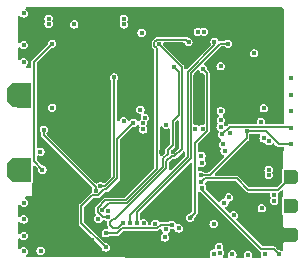
<source format=gbr>
%TF.GenerationSoftware,KiCad,Pcbnew,8.0.5*%
%TF.CreationDate,2024-10-20T03:46:06+02:00*%
%TF.ProjectId,cansatperso,63616e73-6174-4706-9572-736f2e6b6963,rev?*%
%TF.SameCoordinates,Original*%
%TF.FileFunction,Copper,L2,Inr*%
%TF.FilePolarity,Positive*%
%FSLAX46Y46*%
G04 Gerber Fmt 4.6, Leading zero omitted, Abs format (unit mm)*
G04 Created by KiCad (PCBNEW 8.0.5) date 2024-10-20 03:46:06*
%MOMM*%
%LPD*%
G01*
G04 APERTURE LIST*
G04 Aperture macros list*
%AMOutline5P*
0 Free polygon, 5 corners , with rotation*
0 The origin of the aperture is its center*
0 number of corners: always 5*
0 $1 to $10 corner X, Y*
0 $11 Rotation angle, in degrees counterclockwise*
0 create outline with 5 corners*
4,1,5,$1,$2,$3,$4,$5,$6,$7,$8,$9,$10,$1,$2,$11*%
%AMOutline6P*
0 Free polygon, 6 corners , with rotation*
0 The origin of the aperture is its center*
0 number of corners: always 6*
0 $1 to $12 corner X, Y*
0 $13 Rotation angle, in degrees counterclockwise*
0 create outline with 6 corners*
4,1,6,$1,$2,$3,$4,$5,$6,$7,$8,$9,$10,$11,$12,$1,$2,$13*%
%AMOutline7P*
0 Free polygon, 7 corners , with rotation*
0 The origin of the aperture is its center*
0 number of corners: always 7*
0 $1 to $14 corner X, Y*
0 $15 Rotation angle, in degrees counterclockwise*
0 create outline with 7 corners*
4,1,7,$1,$2,$3,$4,$5,$6,$7,$8,$9,$10,$11,$12,$13,$14,$1,$2,$15*%
%AMOutline8P*
0 Free polygon, 8 corners , with rotation*
0 The origin of the aperture is its center*
0 number of corners: always 8*
0 $1 to $16 corner X, Y*
0 $17 Rotation angle, in degrees counterclockwise*
0 create outline with 8 corners*
4,1,8,$1,$2,$3,$4,$5,$6,$7,$8,$9,$10,$11,$12,$13,$14,$15,$16,$1,$2,$17*%
%AMFreePoly0*
4,1,8,1.000000,0.600000,1.000000,-1.000000,0.000000,-1.000000,-1.000000,-1.000000,-1.000000,0.600000,-0.600000,1.000000,0.600000,1.000000,1.000000,0.600000,1.000000,0.600000,$1*%
G04 Aperture macros list end*
%TA.AperFunction,ComponentPad*%
%ADD10Outline6P,-0.600000X0.360000X-0.360000X0.600000X0.360000X0.600000X0.600000X0.360000X0.600000X-0.600000X-0.600000X-0.600000X270.000000*%
%TD*%
%TA.AperFunction,ComponentPad*%
%ADD11FreePoly0,90.000000*%
%TD*%
%TA.AperFunction,ViaPad*%
%ADD12C,0.400000*%
%TD*%
%TA.AperFunction,Conductor*%
%ADD13C,0.150000*%
%TD*%
G04 APERTURE END LIST*
D10*
%TO.N,TIM3_CHI_PWM4*%
%TO.C,REF\u002A\u002A2*%
X195660000Y-87340000D03*
%TD*%
D11*
%TO.N,GND*%
%TO.C,*%
X172680000Y-80400000D03*
%TD*%
D10*
%TO.N,N/C*%
%TO.C,REF\u002A\u002A1*%
X195660000Y-89740000D03*
%TD*%
%TO.N,GND*%
%TO.C,REF\u002A\u002A*%
X195660000Y-92190000D03*
%TD*%
D11*
%TO.N,BAT+*%
%TO.C,REF\u002A\u002A*%
X172675000Y-86705000D03*
%TD*%
D12*
%TO.N,GND*%
X176360000Y-93120000D03*
X176050000Y-79740000D03*
X184730000Y-85210000D03*
X176140000Y-82470000D03*
X194760000Y-91990000D03*
X194760000Y-76690000D03*
X195710000Y-81720000D03*
X192250000Y-88020000D03*
X182160000Y-85940000D03*
X188780000Y-77860000D03*
X188060000Y-80840000D03*
X191100000Y-73300000D03*
X174140000Y-76740000D03*
X182600000Y-73300000D03*
X189650000Y-79120000D03*
X190880000Y-79060000D03*
X175390000Y-93170000D03*
X180900000Y-73300000D03*
X185500000Y-89530000D03*
X183680000Y-78680000D03*
X178400000Y-90820000D03*
X173080000Y-74720000D03*
X186810000Y-92670000D03*
X182750000Y-85180000D03*
X194760000Y-85190000D03*
X186380000Y-89540000D03*
X183870000Y-86560000D03*
X185770000Y-86240000D03*
X177800000Y-79760000D03*
X175330000Y-93790000D03*
X182730000Y-75760000D03*
X179090000Y-84050000D03*
X191820000Y-87500000D03*
X192290000Y-91270000D03*
X177500000Y-73300000D03*
X188800000Y-87800000D03*
X174340000Y-78550000D03*
X183840000Y-85180000D03*
X179390000Y-79780000D03*
X175330000Y-92590000D03*
X183670000Y-77690000D03*
X187970000Y-90257500D03*
X178860000Y-92680000D03*
X187700000Y-73300000D03*
X184670000Y-89530000D03*
X184040000Y-93547500D03*
X182700000Y-93770000D03*
X194580000Y-91267500D03*
X189400000Y-73300000D03*
X174340000Y-80170000D03*
X178930000Y-93810000D03*
X189690000Y-80400000D03*
X182750000Y-86610000D03*
X179200000Y-73300000D03*
X181370000Y-87230000D03*
X192770000Y-77880000D03*
X178450000Y-84040000D03*
X181450000Y-79430000D03*
X192420000Y-91820000D03*
X187000000Y-91430000D03*
X174390000Y-90040000D03*
X183600000Y-79750000D03*
X191330000Y-77620000D03*
X185670000Y-85170000D03*
X181840000Y-86720000D03*
X194760000Y-80090000D03*
X181000000Y-93770000D03*
X177480000Y-92630000D03*
X184300000Y-73300000D03*
X177600000Y-93770000D03*
X186000000Y-73300000D03*
X188010000Y-79360000D03*
X192600000Y-87500000D03*
%TO.N,+3.3V*%
X193380000Y-84040000D03*
X190050000Y-89490000D03*
X189750000Y-81710000D03*
X193800000Y-86700000D03*
X189950000Y-84530000D03*
X187800000Y-75020000D03*
X190440000Y-89030000D03*
X190070000Y-85070000D03*
X193830000Y-84270000D03*
X195710000Y-80320000D03*
X173070000Y-76130000D03*
X186180000Y-91660000D03*
X188320000Y-75010000D03*
X185110000Y-91730000D03*
X192570000Y-76830000D03*
X183050000Y-75090000D03*
X193816587Y-87131306D03*
X181530000Y-82570000D03*
X193150000Y-82610000D03*
X185020000Y-92422500D03*
%TO.N,NRST*%
X173080000Y-93590000D03*
X179380000Y-90850660D03*
%TO.N,USART3_RX*%
X180000000Y-93270000D03*
X182345000Y-82715000D03*
%TO.N,SDDETECT*%
X193396250Y-81483750D03*
X184190000Y-91260000D03*
%TO.N,VIN*%
X175470000Y-81450000D03*
X182950430Y-81600789D03*
X174480000Y-85147500D03*
%TO.N,+5V*%
X177340000Y-74380000D03*
X189147500Y-91280000D03*
X193490000Y-93810000D03*
X181560000Y-74390000D03*
X173070000Y-73460000D03*
X181541494Y-73890340D03*
X175170000Y-73890000D03*
X175170000Y-74330000D03*
X194280000Y-88840000D03*
X194280000Y-89310000D03*
X195710000Y-78920000D03*
%TO.N,ADC1_IN3_VBAT*%
X174770000Y-83300000D03*
X179180000Y-88470000D03*
%TO.N,ADC1_IN2_CURR*%
X180720000Y-78872500D03*
X179541191Y-88089171D03*
%TO.N,I2C3_SDA_ACCEL*%
X185110000Y-82870000D03*
X195710000Y-83120000D03*
X189860000Y-83705000D03*
%TO.N,I2C3_SCL_ACCEL*%
X188090000Y-87150000D03*
X191937000Y-83410000D03*
X195710000Y-84520000D03*
%TO.N,3.3VEN*%
X189655249Y-93721215D03*
X189160000Y-93790000D03*
X189740000Y-77920000D03*
X190530166Y-83559834D03*
X189610000Y-93200000D03*
%TO.N,SPI1_CS_SD*%
X182650000Y-91240000D03*
X190330000Y-76010000D03*
%TO.N,SPI1_MISO_SD*%
X181480000Y-91210000D03*
X184510000Y-76050000D03*
%TO.N,SPI1_SCK_SD*%
X180225170Y-90704168D03*
X187020000Y-75880000D03*
%TO.N,SPI1_MOSI_SD*%
X189220000Y-75840000D03*
X182060000Y-91220000D03*
%TO.N,USART1_RX_GPS*%
X189730000Y-83060000D03*
X183132230Y-82772331D03*
%TO.N,USART1_TX_GPS*%
X183185000Y-83269541D03*
X189760000Y-82490000D03*
%TO.N,LPUART1_RX_RADIO*%
X185760000Y-77960000D03*
X179690000Y-90100000D03*
%TO.N,LPUART1_TX_RADIO*%
X187160000Y-90760000D03*
X188260000Y-78180000D03*
%TO.N,GPIO_EXTI1*%
X173070000Y-77580000D03*
X183230000Y-91230000D03*
%TO.N,SWO*%
X183310000Y-82305000D03*
X173090000Y-89490000D03*
%TO.N,SWDIO*%
X188230000Y-83220000D03*
X173070000Y-92300000D03*
%TO.N,SWCLK{slash}I2C1_SDA*%
X173070000Y-90900000D03*
X187585000Y-83220000D03*
%TO.N,TIM3_CHI_PWM4*%
X188120000Y-87730000D03*
%TO.N,USART3_TX*%
X185620000Y-91330000D03*
X180020000Y-92060000D03*
%TO.N,D+*%
X193220000Y-89955000D03*
X188120000Y-85490000D03*
%TO.N,D-*%
X190860000Y-90540000D03*
X188150000Y-86110000D03*
%TO.N,BAT+*%
X174650000Y-86680000D03*
X175470000Y-76026000D03*
%TO.N,PWEN*%
X188180000Y-88240000D03*
X194690000Y-93860000D03*
%TO.N,USBD+*%
X192060000Y-93870000D03*
%TO.N,USBD-*%
X190740000Y-93860000D03*
%TO.N,ADC2_IN17*%
X180190000Y-90150000D03*
X174500000Y-93530000D03*
%TD*%
D13*
%TO.N,USART3_RX*%
X179395000Y-88845000D02*
X179895000Y-88345000D01*
X177950000Y-89770000D02*
X178875000Y-88845000D01*
X180995000Y-84065000D02*
X182345000Y-82715000D01*
X178875000Y-88845000D02*
X179395000Y-88845000D01*
X180068554Y-88345000D02*
X180995000Y-87418554D01*
X180995000Y-87418554D02*
X180995000Y-84065000D01*
X177950000Y-91220000D02*
X177950000Y-89770000D01*
X180000000Y-93270000D02*
X177950000Y-91220000D01*
X179895000Y-88345000D02*
X180068554Y-88345000D01*
%TO.N,ADC1_IN3_VBAT*%
X179180000Y-88190000D02*
X174770000Y-83780000D01*
X179180000Y-88470000D02*
X179180000Y-88190000D01*
X174770000Y-83780000D02*
X174770000Y-83300000D01*
%TO.N,ADC1_IN2_CURR*%
X179970829Y-88089171D02*
X180720000Y-87340000D01*
X180720000Y-87340000D02*
X180720000Y-78872500D01*
X179541191Y-88089171D02*
X179970829Y-88089171D01*
%TO.N,I2C3_SDA_ACCEL*%
X195625000Y-83035000D02*
X195710000Y-83120000D01*
X189860000Y-83705000D02*
X189860000Y-83699669D01*
X189860000Y-83699669D02*
X190524669Y-83035000D01*
X190524669Y-83035000D02*
X195625000Y-83035000D01*
%TO.N,I2C3_SCL_ACCEL*%
X191937000Y-83410000D02*
X193550000Y-83410000D01*
X188820331Y-87150000D02*
X191937000Y-84033331D01*
X191937000Y-84033331D02*
X191937000Y-83410000D01*
X188090000Y-87150000D02*
X188820331Y-87150000D01*
X193550000Y-83410000D02*
X194660000Y-84520000D01*
X194660000Y-84520000D02*
X195710000Y-84520000D01*
%TO.N,SPI1_CS_SD*%
X187210000Y-78493554D02*
X187210000Y-85720000D01*
X189693554Y-76010000D02*
X187210000Y-78493554D01*
X190330000Y-76010000D02*
X189693554Y-76010000D01*
X187210000Y-85720000D02*
X182650000Y-90280000D01*
X182650000Y-90280000D02*
X182650000Y-91240000D01*
%TO.N,SPI1_MISO_SD*%
X185145000Y-86545000D02*
X185145000Y-85981115D01*
X181085000Y-91605000D02*
X180604669Y-91605000D01*
X180385000Y-91385331D02*
X180385000Y-91074669D01*
X181480000Y-91210000D02*
X181085000Y-91605000D01*
X180604669Y-91605000D02*
X180385000Y-91385331D01*
X185145000Y-85981115D02*
X185581115Y-85545000D01*
X186440000Y-84930331D02*
X186440000Y-77980000D01*
X186440000Y-77980000D02*
X184510000Y-76050000D01*
X185825331Y-85545000D02*
X186440000Y-84930331D01*
X185581115Y-85545000D02*
X185825331Y-85545000D01*
X180835000Y-90855000D02*
X185145000Y-86545000D01*
X180604669Y-90855000D02*
X180835000Y-90855000D01*
X180385000Y-91074669D02*
X180604669Y-90855000D01*
%TO.N,SPI1_SCK_SD*%
X180225170Y-90704168D02*
X179763837Y-90704168D01*
X179969669Y-89290000D02*
X181692892Y-89290000D01*
X179315000Y-90255331D02*
X179315000Y-89944669D01*
X184135000Y-76205331D02*
X184135000Y-75894669D01*
X179763837Y-90704168D02*
X179315000Y-90255331D01*
X184354669Y-86628223D02*
X184354669Y-76425000D01*
X179315000Y-89944669D02*
X179969669Y-89290000D01*
X186815000Y-75675000D02*
X187020000Y-75880000D01*
X184354669Y-76425000D02*
X184135000Y-76205331D01*
X184135000Y-75894669D02*
X184354669Y-75675000D01*
X181692892Y-89290000D02*
X184354669Y-86628223D01*
X184354669Y-75675000D02*
X186815000Y-75675000D01*
%TO.N,SPI1_MOSI_SD*%
X186960000Y-78390000D02*
X186960000Y-85600000D01*
X189220000Y-75840000D02*
X189220000Y-76130000D01*
X186960000Y-85600000D02*
X182060000Y-90500000D01*
X189220000Y-76130000D02*
X186960000Y-78390000D01*
X182060000Y-90500000D02*
X182060000Y-91220000D01*
%TO.N,LPUART1_RX_RADIO*%
X186190000Y-78390000D02*
X185760000Y-77960000D01*
X185295000Y-85325331D02*
X185295000Y-85014669D01*
X184895000Y-85725331D02*
X185295000Y-85325331D01*
X186190000Y-82039669D02*
X186190000Y-78390000D01*
X180250000Y-89540000D02*
X181796446Y-89540000D01*
X185665000Y-82935000D02*
X185665000Y-82564669D01*
X185680000Y-82950000D02*
X185665000Y-82935000D01*
X179690000Y-90100000D02*
X180250000Y-89540000D01*
X181796446Y-89540000D02*
X184895000Y-86441446D01*
X185665000Y-82564669D02*
X186190000Y-82039669D01*
X184895000Y-86441446D02*
X184895000Y-85725331D01*
X185680000Y-84629669D02*
X185680000Y-82950000D01*
X185295000Y-85014669D02*
X185680000Y-84629669D01*
%TO.N,LPUART1_TX_RADIO*%
X188605000Y-83375331D02*
X187580000Y-84400331D01*
X188260000Y-78180000D02*
X188605000Y-78525000D01*
X188605000Y-78525000D02*
X188605000Y-83375331D01*
X187580000Y-84400331D02*
X187580000Y-90340000D01*
X187580000Y-90340000D02*
X187160000Y-90760000D01*
%TO.N,TIM3_CHI_PWM4*%
X191124669Y-87425000D02*
X192094669Y-88395000D01*
X194605000Y-88395000D02*
X195660000Y-87340000D01*
X188425000Y-87425000D02*
X191124669Y-87425000D01*
X188120000Y-87730000D02*
X188425000Y-87425000D01*
X192094669Y-88395000D02*
X194605000Y-88395000D01*
%TO.N,USART3_TX*%
X180983554Y-92060000D02*
X181408554Y-91635000D01*
X181408554Y-91635000D02*
X184345331Y-91635000D01*
X184345331Y-91635000D02*
X184650331Y-91330000D01*
X180020000Y-92060000D02*
X180983554Y-92060000D01*
X184650331Y-91330000D02*
X185620000Y-91330000D01*
%TO.N,BAT+*%
X174650000Y-86680000D02*
X173950000Y-85980000D01*
X173950000Y-85980000D02*
X173950000Y-77546000D01*
X173950000Y-77546000D02*
X175470000Y-76026000D01*
%TO.N,PWEN*%
X193835331Y-93395000D02*
X193184669Y-93395000D01*
X193184669Y-93395000D02*
X188180000Y-88390331D01*
X194690000Y-93860000D02*
X194230000Y-93400000D01*
X193840331Y-93400000D02*
X193835331Y-93395000D01*
X194230000Y-93400000D02*
X193840331Y-93400000D01*
X188180000Y-88390331D02*
X188180000Y-88240000D01*
%TD*%
%TA.AperFunction,Conductor*%
%TO.N,LPUART1_TX_RADIO*%
G36*
X187395737Y-90430053D02*
G01*
X187489946Y-90524262D01*
X187493373Y-90532535D01*
X187492166Y-90537710D01*
X187349601Y-90826754D01*
X187342868Y-90832658D01*
X187334680Y-90832409D01*
X187163837Y-90762564D01*
X187157476Y-90756261D01*
X187157435Y-90756162D01*
X187087590Y-90585319D01*
X187087631Y-90576364D01*
X187093242Y-90570400D01*
X187382291Y-90427832D01*
X187391224Y-90427247D01*
X187395737Y-90430053D01*
G37*
%TD.AperFunction*%
%TD*%
%TA.AperFunction,Conductor*%
%TO.N,GND*%
G36*
X195012539Y-72960185D02*
G01*
X195058294Y-73012989D01*
X195069500Y-73064500D01*
X195069500Y-78249992D01*
X195084799Y-78286928D01*
X195108511Y-78310640D01*
X195141996Y-78371963D01*
X195144830Y-78398437D01*
X195140814Y-82685616D01*
X195121067Y-82752637D01*
X195068220Y-82798343D01*
X195016814Y-82809500D01*
X193618457Y-82809500D01*
X193551418Y-82789815D01*
X193505663Y-82737011D01*
X193495719Y-82667853D01*
X193495984Y-82666103D01*
X193504869Y-82610003D01*
X193504869Y-82609997D01*
X193487501Y-82500341D01*
X193482232Y-82490000D01*
X193437095Y-82401413D01*
X193437092Y-82401410D01*
X193437090Y-82401407D01*
X193358592Y-82322909D01*
X193358588Y-82322906D01*
X193358587Y-82322905D01*
X193323450Y-82305002D01*
X193259658Y-82272498D01*
X193150002Y-82255131D01*
X193149998Y-82255131D01*
X193040341Y-82272498D01*
X192941414Y-82322904D01*
X192941407Y-82322909D01*
X192862909Y-82401407D01*
X192862904Y-82401414D01*
X192812498Y-82500341D01*
X192795131Y-82609997D01*
X192795131Y-82610003D01*
X192804016Y-82666103D01*
X192795061Y-82735396D01*
X192750065Y-82788848D01*
X192683313Y-82809487D01*
X192681543Y-82809500D01*
X190583966Y-82809500D01*
X190583958Y-82809499D01*
X190569524Y-82809499D01*
X190479814Y-82809499D01*
X190479812Y-82809499D01*
X190445482Y-82823719D01*
X190421208Y-82833774D01*
X190421206Y-82833774D01*
X190396933Y-82843829D01*
X190358776Y-82881987D01*
X190333499Y-82907264D01*
X190333498Y-82907265D01*
X190295632Y-82945131D01*
X190263428Y-82977335D01*
X190202104Y-83010819D01*
X190132413Y-83005834D01*
X190076479Y-82963963D01*
X190065265Y-82945954D01*
X190017095Y-82851413D01*
X190017092Y-82851410D01*
X190016536Y-82850318D01*
X190003640Y-82781649D01*
X190029916Y-82716908D01*
X190039343Y-82706339D01*
X190039419Y-82706263D01*
X190047095Y-82698587D01*
X190097500Y-82599661D01*
X190097500Y-82599659D01*
X190097501Y-82599658D01*
X190114869Y-82490002D01*
X190114869Y-82489997D01*
X190097501Y-82380341D01*
X190087854Y-82361407D01*
X190047095Y-82281413D01*
X190047092Y-82281410D01*
X190047090Y-82281407D01*
X189968592Y-82202909D01*
X189968588Y-82202906D01*
X189968587Y-82202905D01*
X189968585Y-82202904D01*
X189960695Y-82197172D01*
X189962918Y-82194110D01*
X189925701Y-82158958D01*
X189908908Y-82091136D01*
X189931448Y-82025002D01*
X189951925Y-82004234D01*
X189951687Y-82003996D01*
X190037090Y-81918592D01*
X190037095Y-81918587D01*
X190087500Y-81819661D01*
X190087500Y-81819659D01*
X190087501Y-81819658D01*
X190104869Y-81710002D01*
X190104869Y-81709997D01*
X190087501Y-81600341D01*
X190083970Y-81593411D01*
X190037095Y-81501413D01*
X190037092Y-81501410D01*
X190037090Y-81501407D01*
X190019430Y-81483747D01*
X193041381Y-81483747D01*
X193041381Y-81483752D01*
X193058748Y-81593408D01*
X193109154Y-81692335D01*
X193109159Y-81692342D01*
X193187657Y-81770840D01*
X193187660Y-81770842D01*
X193187663Y-81770845D01*
X193263281Y-81809374D01*
X193286591Y-81821251D01*
X193396248Y-81838619D01*
X193396250Y-81838619D01*
X193396252Y-81838619D01*
X193505908Y-81821251D01*
X193505909Y-81821250D01*
X193505911Y-81821250D01*
X193604837Y-81770845D01*
X193683345Y-81692337D01*
X193733750Y-81593411D01*
X193733750Y-81593409D01*
X193733751Y-81593408D01*
X193751119Y-81483752D01*
X193751119Y-81483747D01*
X193733751Y-81374091D01*
X193724090Y-81355131D01*
X193683345Y-81275163D01*
X193683342Y-81275160D01*
X193683340Y-81275157D01*
X193604842Y-81196659D01*
X193604838Y-81196656D01*
X193604837Y-81196655D01*
X193600993Y-81194696D01*
X193505908Y-81146248D01*
X193396252Y-81128881D01*
X193396248Y-81128881D01*
X193286591Y-81146248D01*
X193187664Y-81196654D01*
X193187657Y-81196659D01*
X193109159Y-81275157D01*
X193109154Y-81275164D01*
X193058748Y-81374091D01*
X193041381Y-81483747D01*
X190019430Y-81483747D01*
X189958592Y-81422909D01*
X189958588Y-81422906D01*
X189958587Y-81422905D01*
X189954743Y-81420946D01*
X189859658Y-81372498D01*
X189750002Y-81355131D01*
X189749998Y-81355131D01*
X189640341Y-81372498D01*
X189541414Y-81422904D01*
X189541407Y-81422909D01*
X189462909Y-81501407D01*
X189462904Y-81501414D01*
X189412498Y-81600341D01*
X189395131Y-81709997D01*
X189395131Y-81710002D01*
X189412498Y-81819658D01*
X189462904Y-81918585D01*
X189462909Y-81918592D01*
X189541407Y-81997090D01*
X189541410Y-81997092D01*
X189541413Y-81997095D01*
X189541415Y-81997096D01*
X189549305Y-82002828D01*
X189547076Y-82005895D01*
X189584267Y-82040988D01*
X189601094Y-82108801D01*
X189578586Y-82174946D01*
X189558073Y-82195764D01*
X189558313Y-82196004D01*
X189472909Y-82281407D01*
X189472904Y-82281414D01*
X189422498Y-82380341D01*
X189405131Y-82489997D01*
X189405131Y-82490002D01*
X189422498Y-82599658D01*
X189473463Y-82699682D01*
X189486359Y-82768351D01*
X189460082Y-82833091D01*
X189450662Y-82843654D01*
X189442910Y-82851405D01*
X189442904Y-82851414D01*
X189392498Y-82950341D01*
X189375131Y-83059997D01*
X189375131Y-83060002D01*
X189392498Y-83169658D01*
X189442904Y-83268585D01*
X189442909Y-83268592D01*
X189521409Y-83347092D01*
X189528835Y-83352487D01*
X189571503Y-83407814D01*
X189577485Y-83477428D01*
X189566439Y-83509102D01*
X189522498Y-83595341D01*
X189505131Y-83704997D01*
X189505131Y-83705002D01*
X189522498Y-83814658D01*
X189572904Y-83913585D01*
X189572909Y-83913592D01*
X189651407Y-83992090D01*
X189651410Y-83992092D01*
X189651413Y-83992095D01*
X189726929Y-84030572D01*
X189777724Y-84078545D01*
X189794520Y-84146366D01*
X189771983Y-84212501D01*
X189743520Y-84241374D01*
X189741409Y-84242907D01*
X189662909Y-84321407D01*
X189662904Y-84321414D01*
X189612498Y-84420341D01*
X189595131Y-84529997D01*
X189595131Y-84530002D01*
X189612498Y-84639658D01*
X189662904Y-84738585D01*
X189662909Y-84738592D01*
X189720154Y-84795837D01*
X189753639Y-84857160D01*
X189748655Y-84926852D01*
X189742960Y-84939809D01*
X189732498Y-84960342D01*
X189715131Y-85069997D01*
X189715131Y-85070002D01*
X189732498Y-85179658D01*
X189782904Y-85278585D01*
X189782909Y-85278592D01*
X189861407Y-85357090D01*
X189861410Y-85357092D01*
X189861413Y-85357095D01*
X189960339Y-85407500D01*
X189964778Y-85408203D01*
X190027914Y-85438129D01*
X190064848Y-85497439D01*
X190063854Y-85567302D01*
X190033067Y-85618358D01*
X188763245Y-86888181D01*
X188701922Y-86921666D01*
X188675564Y-86924500D01*
X188411545Y-86924500D01*
X188344506Y-86904815D01*
X188323864Y-86888181D01*
X188298592Y-86862909D01*
X188298588Y-86862906D01*
X188298587Y-86862905D01*
X188259670Y-86843076D01*
X188199658Y-86812498D01*
X188090002Y-86795131D01*
X188089998Y-86795131D01*
X187980340Y-86812499D01*
X187971063Y-86815514D01*
X187970137Y-86812664D01*
X187917100Y-86822613D01*
X187852365Y-86796323D01*
X187812120Y-86739208D01*
X187805500Y-86699235D01*
X187805500Y-86530192D01*
X187825185Y-86463153D01*
X187877989Y-86417398D01*
X187947147Y-86407454D01*
X187985790Y-86419706D01*
X188040339Y-86447500D01*
X188040340Y-86447500D01*
X188040342Y-86447501D01*
X188149998Y-86464869D01*
X188150000Y-86464869D01*
X188150002Y-86464869D01*
X188259658Y-86447501D01*
X188259659Y-86447500D01*
X188259661Y-86447500D01*
X188358587Y-86397095D01*
X188437095Y-86318587D01*
X188487500Y-86219661D01*
X188487500Y-86219659D01*
X188487501Y-86219658D01*
X188504869Y-86110002D01*
X188504869Y-86109997D01*
X188487501Y-86000341D01*
X188454106Y-85934799D01*
X188437095Y-85901413D01*
X188437092Y-85901410D01*
X188437090Y-85901407D01*
X188408363Y-85872680D01*
X188374878Y-85811357D01*
X188379862Y-85741665D01*
X188402118Y-85707039D01*
X188401356Y-85706486D01*
X188407089Y-85698592D01*
X188407095Y-85698587D01*
X188457500Y-85599661D01*
X188457500Y-85599659D01*
X188457501Y-85599658D01*
X188474869Y-85490002D01*
X188474869Y-85489997D01*
X188457501Y-85380341D01*
X188445654Y-85357090D01*
X188407095Y-85281413D01*
X188407092Y-85281410D01*
X188407090Y-85281407D01*
X188328592Y-85202909D01*
X188328588Y-85202906D01*
X188328587Y-85202905D01*
X188279516Y-85177902D01*
X188229658Y-85152498D01*
X188120002Y-85135131D01*
X188119998Y-85135131D01*
X188010342Y-85152498D01*
X187996728Y-85159435D01*
X187985792Y-85165007D01*
X187917124Y-85177902D01*
X187852384Y-85151624D01*
X187812128Y-85094517D01*
X187805500Y-85054521D01*
X187805500Y-84545097D01*
X187825185Y-84478058D01*
X187841815Y-84457420D01*
X188715294Y-83583940D01*
X188715297Y-83583939D01*
X188732735Y-83566501D01*
X188732736Y-83566501D01*
X188796170Y-83503067D01*
X188808140Y-83474169D01*
X188830501Y-83420186D01*
X188830501Y-83330476D01*
X188830501Y-83320487D01*
X188830500Y-83320473D01*
X188830500Y-78584297D01*
X188830501Y-78584288D01*
X188830501Y-78480147D01*
X188830501Y-78480146D01*
X188796170Y-78397265D01*
X188796170Y-78397264D01*
X188732736Y-78333830D01*
X188725671Y-78326765D01*
X188725664Y-78326759D01*
X188650126Y-78251221D01*
X188616641Y-78189898D01*
X188615334Y-78182937D01*
X188613771Y-78173071D01*
X188608619Y-78140542D01*
X188597501Y-78070342D01*
X188597500Y-78070340D01*
X188597500Y-78070339D01*
X188547095Y-77971413D01*
X188547092Y-77971410D01*
X188547090Y-77971407D01*
X188495680Y-77919997D01*
X189385131Y-77919997D01*
X189385131Y-77920002D01*
X189402498Y-78029658D01*
X189452904Y-78128585D01*
X189452909Y-78128592D01*
X189531407Y-78207090D01*
X189531410Y-78207092D01*
X189531413Y-78207095D01*
X189589966Y-78236929D01*
X189630341Y-78257501D01*
X189739998Y-78274869D01*
X189740000Y-78274869D01*
X189740002Y-78274869D01*
X189849658Y-78257501D01*
X189849659Y-78257500D01*
X189849661Y-78257500D01*
X189948587Y-78207095D01*
X190027095Y-78128587D01*
X190077500Y-78029661D01*
X190077500Y-78029659D01*
X190077501Y-78029658D01*
X190094869Y-77920002D01*
X190094869Y-77919997D01*
X190077501Y-77810341D01*
X190077500Y-77810339D01*
X190027095Y-77711413D01*
X190027092Y-77711410D01*
X190027090Y-77711407D01*
X189948592Y-77632909D01*
X189948588Y-77632906D01*
X189948587Y-77632905D01*
X189894403Y-77605297D01*
X189849658Y-77582498D01*
X189740002Y-77565131D01*
X189739998Y-77565131D01*
X189630341Y-77582498D01*
X189531414Y-77632904D01*
X189531407Y-77632909D01*
X189452909Y-77711407D01*
X189452904Y-77711414D01*
X189402498Y-77810341D01*
X189385131Y-77919997D01*
X188495680Y-77919997D01*
X188468592Y-77892909D01*
X188468586Y-77892904D01*
X188436870Y-77876744D01*
X188396057Y-77855949D01*
X188345263Y-77807977D01*
X188328467Y-77740156D01*
X188351004Y-77674021D01*
X188364666Y-77657792D01*
X189192462Y-76829997D01*
X192215131Y-76829997D01*
X192215131Y-76830002D01*
X192232498Y-76939658D01*
X192282904Y-77038585D01*
X192282909Y-77038592D01*
X192361407Y-77117090D01*
X192361410Y-77117092D01*
X192361413Y-77117095D01*
X192460339Y-77167500D01*
X192460341Y-77167501D01*
X192569998Y-77184869D01*
X192570000Y-77184869D01*
X192570002Y-77184869D01*
X192679658Y-77167501D01*
X192679659Y-77167500D01*
X192679661Y-77167500D01*
X192778587Y-77117095D01*
X192857095Y-77038587D01*
X192907500Y-76939661D01*
X192907500Y-76939659D01*
X192907501Y-76939658D01*
X192924869Y-76830002D01*
X192924869Y-76829997D01*
X192907501Y-76720341D01*
X192868972Y-76644723D01*
X192857095Y-76621413D01*
X192857092Y-76621410D01*
X192857090Y-76621407D01*
X192778592Y-76542909D01*
X192778588Y-76542906D01*
X192778587Y-76542905D01*
X192730503Y-76518405D01*
X192679658Y-76492498D01*
X192570002Y-76475131D01*
X192569998Y-76475131D01*
X192460341Y-76492498D01*
X192361414Y-76542904D01*
X192361407Y-76542909D01*
X192282909Y-76621407D01*
X192282904Y-76621414D01*
X192232498Y-76720341D01*
X192215131Y-76829997D01*
X189192462Y-76829997D01*
X189750640Y-76271819D01*
X189811963Y-76238334D01*
X189838321Y-76235500D01*
X190008455Y-76235500D01*
X190075494Y-76255185D01*
X190096136Y-76271819D01*
X190121407Y-76297090D01*
X190121410Y-76297092D01*
X190121413Y-76297095D01*
X190201427Y-76337864D01*
X190220341Y-76347501D01*
X190329998Y-76364869D01*
X190330000Y-76364869D01*
X190330002Y-76364869D01*
X190439658Y-76347501D01*
X190439659Y-76347500D01*
X190439661Y-76347500D01*
X190538587Y-76297095D01*
X190617095Y-76218587D01*
X190667500Y-76119661D01*
X190667500Y-76119659D01*
X190667501Y-76119658D01*
X190684869Y-76010002D01*
X190684869Y-76009997D01*
X190667501Y-75900341D01*
X190638236Y-75842905D01*
X190617095Y-75801413D01*
X190617092Y-75801410D01*
X190617090Y-75801407D01*
X190538592Y-75722909D01*
X190538588Y-75722906D01*
X190538587Y-75722905D01*
X190526593Y-75716794D01*
X190439658Y-75672498D01*
X190330002Y-75655131D01*
X190329998Y-75655131D01*
X190220341Y-75672498D01*
X190121414Y-75722904D01*
X190121407Y-75722909D01*
X190096136Y-75748181D01*
X190034813Y-75781666D01*
X190008455Y-75784500D01*
X189752851Y-75784500D01*
X189752843Y-75784499D01*
X189738409Y-75784499D01*
X189661083Y-75784499D01*
X189594044Y-75764814D01*
X189550599Y-75716795D01*
X189507095Y-75631413D01*
X189507093Y-75631411D01*
X189507090Y-75631407D01*
X189428592Y-75552909D01*
X189428588Y-75552906D01*
X189428587Y-75552905D01*
X189408162Y-75542498D01*
X189329658Y-75502498D01*
X189220002Y-75485131D01*
X189219998Y-75485131D01*
X189110341Y-75502498D01*
X189011414Y-75552904D01*
X189011407Y-75552909D01*
X188932909Y-75631407D01*
X188932904Y-75631414D01*
X188882498Y-75730341D01*
X188865131Y-75839997D01*
X188865131Y-75840002D01*
X188882498Y-75949657D01*
X188882499Y-75949660D01*
X188882500Y-75949661D01*
X188885537Y-75955621D01*
X188908748Y-76001176D01*
X188921643Y-76069845D01*
X188895366Y-76134585D01*
X188885943Y-76145150D01*
X186877181Y-78153913D01*
X186815858Y-78187398D01*
X186746166Y-78182414D01*
X186690233Y-78140542D01*
X186665816Y-78075078D01*
X186665500Y-78066232D01*
X186665500Y-77935146D01*
X186665498Y-77935141D01*
X186665385Y-77934869D01*
X186657721Y-77916365D01*
X186631172Y-77852266D01*
X186560671Y-77781765D01*
X186560664Y-77781759D01*
X184900126Y-76121221D01*
X184866641Y-76059898D01*
X184865332Y-76052927D01*
X184863901Y-76043887D01*
X184872862Y-75974595D01*
X184917863Y-75921147D01*
X184984616Y-75900512D01*
X184986376Y-75900500D01*
X186563438Y-75900500D01*
X186630477Y-75920185D01*
X186676232Y-75972989D01*
X186681366Y-75986173D01*
X186682498Y-75989657D01*
X186732904Y-76088585D01*
X186732909Y-76088592D01*
X186811407Y-76167090D01*
X186811410Y-76167092D01*
X186811413Y-76167095D01*
X186910339Y-76217500D01*
X186910341Y-76217501D01*
X187019998Y-76234869D01*
X187020000Y-76234869D01*
X187020002Y-76234869D01*
X187129658Y-76217501D01*
X187129659Y-76217500D01*
X187129661Y-76217500D01*
X187228587Y-76167095D01*
X187307095Y-76088587D01*
X187357500Y-75989661D01*
X187357500Y-75989659D01*
X187357501Y-75989658D01*
X187374869Y-75880002D01*
X187374869Y-75879997D01*
X187357501Y-75770341D01*
X187333331Y-75722904D01*
X187307095Y-75671413D01*
X187307092Y-75671410D01*
X187307090Y-75671407D01*
X187228592Y-75592909D01*
X187228588Y-75592906D01*
X187228587Y-75592905D01*
X187129661Y-75542500D01*
X187129660Y-75542499D01*
X187129657Y-75542498D01*
X187129658Y-75542498D01*
X187017063Y-75524665D01*
X186953928Y-75494735D01*
X186948780Y-75489873D01*
X186942737Y-75483830D01*
X186918457Y-75473772D01*
X186918457Y-75473771D01*
X186859858Y-75449500D01*
X186859856Y-75449499D01*
X186859855Y-75449499D01*
X186770145Y-75449499D01*
X186755711Y-75449499D01*
X186755703Y-75449500D01*
X184413966Y-75449500D01*
X184413958Y-75449499D01*
X184399524Y-75449499D01*
X184309814Y-75449499D01*
X184309812Y-75449499D01*
X184275482Y-75463719D01*
X184251208Y-75473774D01*
X184251206Y-75473774D01*
X184226933Y-75483829D01*
X184079356Y-75631407D01*
X184007265Y-75703498D01*
X184007264Y-75703499D01*
X183987859Y-75722904D01*
X183943828Y-75766934D01*
X183940226Y-75775633D01*
X183940225Y-75775637D01*
X183909499Y-75849813D01*
X183909499Y-75953957D01*
X183909500Y-75953966D01*
X183909500Y-76150473D01*
X183909499Y-76150487D01*
X183909499Y-76250184D01*
X183909500Y-76250189D01*
X183933772Y-76308788D01*
X183943829Y-76333066D01*
X183943830Y-76333067D01*
X184007264Y-76396501D01*
X184007265Y-76396501D01*
X184024705Y-76413941D01*
X184092850Y-76482086D01*
X184126335Y-76543409D01*
X184129169Y-76569767D01*
X184129169Y-86483456D01*
X184109484Y-86550495D01*
X184092850Y-86571137D01*
X181635806Y-89028181D01*
X181574483Y-89061666D01*
X181548125Y-89064500D01*
X180028966Y-89064500D01*
X180028958Y-89064499D01*
X180014524Y-89064499D01*
X179924815Y-89064499D01*
X179924812Y-89064499D01*
X179886185Y-89080500D01*
X179886184Y-89080500D01*
X179841935Y-89098827D01*
X179123830Y-89816932D01*
X179123830Y-89816934D01*
X179089499Y-89899813D01*
X179089499Y-90003957D01*
X179089500Y-90003966D01*
X179089500Y-90200473D01*
X179089499Y-90200487D01*
X179089499Y-90210476D01*
X179089499Y-90300186D01*
X179109842Y-90349297D01*
X179109843Y-90349301D01*
X179109844Y-90349301D01*
X179123828Y-90383065D01*
X179150189Y-90409426D01*
X179183674Y-90470749D01*
X179178690Y-90540441D01*
X179150189Y-90584788D01*
X179092909Y-90642067D01*
X179092904Y-90642074D01*
X179042498Y-90741001D01*
X179025131Y-90850657D01*
X179025131Y-90850662D01*
X179042498Y-90960318D01*
X179073625Y-91021407D01*
X179092904Y-91059246D01*
X179092909Y-91059252D01*
X179171407Y-91137750D01*
X179171410Y-91137752D01*
X179171413Y-91137755D01*
X179257017Y-91181372D01*
X179270341Y-91188161D01*
X179379998Y-91205529D01*
X179380000Y-91205529D01*
X179380002Y-91205529D01*
X179489658Y-91188161D01*
X179489659Y-91188160D01*
X179489661Y-91188160D01*
X179588587Y-91137755D01*
X179667095Y-91059247D01*
X179698621Y-90997372D01*
X179746594Y-90946578D01*
X179809105Y-90929668D01*
X179903625Y-90929668D01*
X179970664Y-90949353D01*
X179991306Y-90965987D01*
X180016577Y-90991258D01*
X180016583Y-90991263D01*
X180091795Y-91029585D01*
X180142590Y-91077558D01*
X180159500Y-91140069D01*
X180159500Y-91330473D01*
X180159499Y-91330487D01*
X180159499Y-91430188D01*
X180181895Y-91484255D01*
X180193829Y-91513065D01*
X180200428Y-91522941D01*
X180221306Y-91589619D01*
X180202822Y-91656999D01*
X180150843Y-91703689D01*
X180081873Y-91714865D01*
X180077929Y-91714306D01*
X180057157Y-91711016D01*
X180020000Y-91705131D01*
X180019998Y-91705131D01*
X180019997Y-91705131D01*
X179910341Y-91722498D01*
X179811414Y-91772904D01*
X179811407Y-91772909D01*
X179732909Y-91851407D01*
X179732904Y-91851414D01*
X179682498Y-91950341D01*
X179665131Y-92059997D01*
X179665131Y-92060002D01*
X179682498Y-92169658D01*
X179732904Y-92268585D01*
X179732909Y-92268592D01*
X179811407Y-92347090D01*
X179811410Y-92347092D01*
X179811413Y-92347095D01*
X179910339Y-92397500D01*
X179910341Y-92397501D01*
X180019998Y-92414869D01*
X180020000Y-92414869D01*
X180020002Y-92414869D01*
X180129658Y-92397501D01*
X180129659Y-92397500D01*
X180129661Y-92397500D01*
X180228587Y-92347095D01*
X180228592Y-92347090D01*
X180253864Y-92321819D01*
X180315187Y-92288334D01*
X180341545Y-92285500D01*
X180924257Y-92285500D01*
X180924265Y-92285501D01*
X180938699Y-92285501D01*
X181028408Y-92285501D01*
X181028409Y-92285501D01*
X181099296Y-92256138D01*
X181111290Y-92251170D01*
X181174724Y-92187736D01*
X181174724Y-92187735D01*
X181192160Y-92170299D01*
X181192161Y-92170296D01*
X181465641Y-91896816D01*
X181526963Y-91863334D01*
X181553321Y-91860500D01*
X184286034Y-91860500D01*
X184286042Y-91860501D01*
X184300476Y-91860501D01*
X184390185Y-91860501D01*
X184390186Y-91860501D01*
X184453287Y-91834363D01*
X184473067Y-91826170D01*
X184536501Y-91762736D01*
X184536501Y-91762735D01*
X184553939Y-91745297D01*
X184553940Y-91745294D01*
X184557631Y-91741603D01*
X184618952Y-91708120D01*
X184688644Y-91713104D01*
X184744577Y-91754976D01*
X184767783Y-91809886D01*
X184772499Y-91839658D01*
X184772499Y-91839659D01*
X184772500Y-91839661D01*
X184787241Y-91868592D01*
X184822904Y-91938585D01*
X184822909Y-91938592D01*
X184829402Y-91945085D01*
X184862887Y-92006408D01*
X184857903Y-92076100D01*
X184816031Y-92132033D01*
X184814609Y-92133083D01*
X184811408Y-92135408D01*
X184732909Y-92213907D01*
X184732904Y-92213914D01*
X184682498Y-92312841D01*
X184665131Y-92422497D01*
X184665131Y-92422502D01*
X184682498Y-92532158D01*
X184732904Y-92631085D01*
X184732909Y-92631092D01*
X184811407Y-92709590D01*
X184811410Y-92709592D01*
X184811413Y-92709595D01*
X184910339Y-92760000D01*
X184910341Y-92760001D01*
X185019998Y-92777369D01*
X185020000Y-92777369D01*
X185020002Y-92777369D01*
X185129658Y-92760001D01*
X185129659Y-92760000D01*
X185129661Y-92760000D01*
X185228587Y-92709595D01*
X185307095Y-92631087D01*
X185357500Y-92532161D01*
X185357500Y-92532159D01*
X185357501Y-92532158D01*
X185374869Y-92422502D01*
X185374869Y-92422497D01*
X185357501Y-92312841D01*
X185334955Y-92268592D01*
X185307095Y-92213913D01*
X185307092Y-92213910D01*
X185307090Y-92213907D01*
X185300597Y-92207414D01*
X185267112Y-92146091D01*
X185272096Y-92076399D01*
X185313968Y-92020466D01*
X185315401Y-92019409D01*
X185318580Y-92017098D01*
X185318587Y-92017095D01*
X185397095Y-91938587D01*
X185447500Y-91839661D01*
X185456240Y-91784475D01*
X185486168Y-91721344D01*
X185545479Y-91684412D01*
X185598111Y-91681402D01*
X185620000Y-91684869D01*
X185620000Y-91684868D01*
X185620001Y-91684869D01*
X185620002Y-91684869D01*
X185701480Y-91671964D01*
X185770773Y-91680918D01*
X185824225Y-91725915D01*
X185837849Y-91760905D01*
X185839482Y-91760375D01*
X185842498Y-91769657D01*
X185842499Y-91769660D01*
X185842500Y-91769661D01*
X185888785Y-91860501D01*
X185892904Y-91868585D01*
X185892909Y-91868592D01*
X185971407Y-91947090D01*
X185971410Y-91947092D01*
X185971413Y-91947095D01*
X186070339Y-91997500D01*
X186070341Y-91997501D01*
X186179998Y-92014869D01*
X186180000Y-92014869D01*
X186180002Y-92014869D01*
X186289658Y-91997501D01*
X186289659Y-91997500D01*
X186289661Y-91997500D01*
X186388587Y-91947095D01*
X186467095Y-91868587D01*
X186517500Y-91769661D01*
X186517500Y-91769659D01*
X186517501Y-91769658D01*
X186534869Y-91660002D01*
X186534869Y-91659997D01*
X186517501Y-91550341D01*
X186498508Y-91513065D01*
X186467095Y-91451413D01*
X186467092Y-91451410D01*
X186467090Y-91451407D01*
X186388592Y-91372909D01*
X186388588Y-91372906D01*
X186388587Y-91372905D01*
X186339186Y-91347734D01*
X186289658Y-91322498D01*
X186180002Y-91305131D01*
X186180000Y-91305131D01*
X186156490Y-91308854D01*
X186098518Y-91318036D01*
X186029224Y-91309080D01*
X185994677Y-91279997D01*
X188792631Y-91279997D01*
X188792631Y-91280002D01*
X188809998Y-91389658D01*
X188860404Y-91488585D01*
X188860409Y-91488592D01*
X188938907Y-91567090D01*
X188938910Y-91567092D01*
X188938913Y-91567095D01*
X189035001Y-91616054D01*
X189037841Y-91617501D01*
X189147498Y-91634869D01*
X189147500Y-91634869D01*
X189147502Y-91634869D01*
X189257158Y-91617501D01*
X189257159Y-91617500D01*
X189257161Y-91617500D01*
X189356087Y-91567095D01*
X189434595Y-91488587D01*
X189485000Y-91389661D01*
X189485000Y-91389659D01*
X189485001Y-91389658D01*
X189502369Y-91280002D01*
X189502369Y-91279997D01*
X189485001Y-91170341D01*
X189475858Y-91152397D01*
X189434595Y-91071413D01*
X189434592Y-91071410D01*
X189434590Y-91071407D01*
X189356092Y-90992909D01*
X189356088Y-90992906D01*
X189356087Y-90992905D01*
X189333183Y-90981235D01*
X189257158Y-90942498D01*
X189147502Y-90925131D01*
X189147498Y-90925131D01*
X189037841Y-90942498D01*
X188938914Y-90992904D01*
X188938907Y-90992909D01*
X188860409Y-91071407D01*
X188860404Y-91071414D01*
X188809998Y-91170341D01*
X188792631Y-91279997D01*
X185994677Y-91279997D01*
X185975773Y-91264083D01*
X185962153Y-91229093D01*
X185960518Y-91229625D01*
X185957501Y-91220342D01*
X185957500Y-91220340D01*
X185957500Y-91220339D01*
X185907095Y-91121413D01*
X185907092Y-91121410D01*
X185907090Y-91121407D01*
X185828592Y-91042909D01*
X185828588Y-91042906D01*
X185828587Y-91042905D01*
X185822776Y-91039944D01*
X185729658Y-90992498D01*
X185620002Y-90975131D01*
X185619998Y-90975131D01*
X185510341Y-90992498D01*
X185411414Y-91042904D01*
X185411407Y-91042909D01*
X185386136Y-91068181D01*
X185324813Y-91101666D01*
X185298455Y-91104500D01*
X184605475Y-91104500D01*
X184604851Y-91104624D01*
X184603466Y-91104500D01*
X184593263Y-91104500D01*
X184593263Y-91103586D01*
X184535259Y-91098392D01*
X184480349Y-91055892D01*
X184477096Y-91051415D01*
X184477095Y-91051413D01*
X184398587Y-90972905D01*
X184390112Y-90968587D01*
X184299658Y-90922498D01*
X184190002Y-90905131D01*
X184189998Y-90905131D01*
X184080341Y-90922498D01*
X183981414Y-90972904D01*
X183981407Y-90972909D01*
X183902909Y-91051407D01*
X183902905Y-91051413D01*
X183852498Y-91150341D01*
X183835131Y-91259997D01*
X183835131Y-91260000D01*
X183836098Y-91266103D01*
X183827142Y-91335396D01*
X183782145Y-91388848D01*
X183715394Y-91409487D01*
X183713624Y-91409500D01*
X183701624Y-91409500D01*
X183634585Y-91389815D01*
X183588830Y-91337011D01*
X183578886Y-91267853D01*
X183579151Y-91266101D01*
X183584869Y-91230000D01*
X183584869Y-91229997D01*
X183567501Y-91120341D01*
X183557947Y-91101591D01*
X183517095Y-91021413D01*
X183517092Y-91021410D01*
X183517090Y-91021407D01*
X183438592Y-90942909D01*
X183438588Y-90942906D01*
X183438587Y-90942905D01*
X183404206Y-90925387D01*
X183339658Y-90892498D01*
X183230002Y-90875131D01*
X183229998Y-90875131D01*
X183120341Y-90892498D01*
X183055794Y-90925387D01*
X182987125Y-90938283D01*
X182922385Y-90912006D01*
X182882128Y-90854899D01*
X182875500Y-90814902D01*
X182875500Y-90424766D01*
X182895185Y-90357727D01*
X182911814Y-90337090D01*
X187142819Y-86106084D01*
X187204142Y-86072600D01*
X187273834Y-86077584D01*
X187329767Y-86119456D01*
X187354184Y-86184920D01*
X187354500Y-86193766D01*
X187354500Y-90191050D01*
X187334815Y-90258089D01*
X187285352Y-90302258D01*
X187024462Y-90430937D01*
X187024447Y-90430947D01*
X187012133Y-90440058D01*
X186994679Y-90450858D01*
X186951417Y-90472902D01*
X186951407Y-90472909D01*
X186872909Y-90551407D01*
X186872904Y-90551414D01*
X186822498Y-90650341D01*
X186805131Y-90759997D01*
X186805131Y-90760002D01*
X186822498Y-90869658D01*
X186872904Y-90968585D01*
X186872909Y-90968592D01*
X186951407Y-91047090D01*
X186951410Y-91047092D01*
X186951413Y-91047095D01*
X187050339Y-91097500D01*
X187050341Y-91097501D01*
X187159998Y-91114869D01*
X187160000Y-91114869D01*
X187160002Y-91114869D01*
X187269658Y-91097501D01*
X187269659Y-91097500D01*
X187269661Y-91097500D01*
X187368587Y-91047095D01*
X187447095Y-90968587D01*
X187469763Y-90924096D01*
X187481881Y-90904893D01*
X187485636Y-90900000D01*
X187489060Y-90895539D01*
X187621808Y-90626395D01*
X187645331Y-90593572D01*
X187690294Y-90548610D01*
X187690297Y-90548608D01*
X187707735Y-90531170D01*
X187707736Y-90531170D01*
X187771170Y-90467736D01*
X187793322Y-90414256D01*
X187805501Y-90384854D01*
X187805501Y-90295145D01*
X187805501Y-90285156D01*
X187805500Y-90285142D01*
X187805500Y-88644907D01*
X187825185Y-88577868D01*
X187877989Y-88532113D01*
X187947147Y-88522169D01*
X187985790Y-88534420D01*
X188007833Y-88545651D01*
X188039217Y-88568454D01*
X188069700Y-88598937D01*
X188069706Y-88598942D01*
X192986428Y-93515664D01*
X192986431Y-93515668D01*
X192993499Y-93522736D01*
X193056933Y-93586170D01*
X193073268Y-93592936D01*
X193127672Y-93636774D01*
X193149740Y-93703067D01*
X193148293Y-93726895D01*
X193135131Y-93810002D01*
X193152498Y-93919658D01*
X193175871Y-93965530D01*
X193188767Y-94034200D01*
X193162490Y-94098940D01*
X193105383Y-94139196D01*
X193065168Y-94145824D01*
X192514277Y-94144857D01*
X192447273Y-94125055D01*
X192401610Y-94072170D01*
X192391788Y-94002995D01*
X192396568Y-93982527D01*
X192397496Y-93979667D01*
X192397500Y-93979661D01*
X192412837Y-93882828D01*
X192414869Y-93870002D01*
X192414869Y-93869997D01*
X192397501Y-93760341D01*
X192386416Y-93738585D01*
X192347095Y-93661413D01*
X192347092Y-93661410D01*
X192347090Y-93661407D01*
X192268592Y-93582909D01*
X192268588Y-93582906D01*
X192268587Y-93582905D01*
X192217922Y-93557090D01*
X192169658Y-93532498D01*
X192060002Y-93515131D01*
X192059998Y-93515131D01*
X191950341Y-93532498D01*
X191851414Y-93582904D01*
X191851407Y-93582909D01*
X191772909Y-93661407D01*
X191772904Y-93661414D01*
X191722498Y-93760341D01*
X191705131Y-93869997D01*
X191705131Y-93870002D01*
X191722499Y-93979662D01*
X191722916Y-93980944D01*
X191722962Y-93982588D01*
X191724026Y-93989300D01*
X191723158Y-93989437D01*
X191724911Y-94050785D01*
X191688830Y-94110618D01*
X191626128Y-94141445D01*
X191604767Y-94143261D01*
X191191546Y-94142536D01*
X191124542Y-94122734D01*
X191078879Y-94069849D01*
X191069057Y-94000674D01*
X191075836Y-93979375D01*
X191074486Y-93978937D01*
X191077498Y-93969664D01*
X191077500Y-93969661D01*
X191091191Y-93883223D01*
X191094869Y-93860002D01*
X191094869Y-93859997D01*
X191077501Y-93750341D01*
X191032397Y-93661819D01*
X191027095Y-93651413D01*
X191027092Y-93651410D01*
X191027090Y-93651407D01*
X190948592Y-93572909D01*
X190948588Y-93572906D01*
X190948587Y-93572905D01*
X190917548Y-93557090D01*
X190849658Y-93522498D01*
X190740002Y-93505131D01*
X190739998Y-93505131D01*
X190630341Y-93522498D01*
X190531414Y-93572904D01*
X190531407Y-93572909D01*
X190452909Y-93651407D01*
X190452904Y-93651414D01*
X190402498Y-93750341D01*
X190385131Y-93859997D01*
X190385131Y-93860002D01*
X190402498Y-93969657D01*
X190405414Y-93978629D01*
X190407411Y-94048470D01*
X190371332Y-94108304D01*
X190308632Y-94139133D01*
X190287266Y-94140950D01*
X190030790Y-94140500D01*
X189963786Y-94120698D01*
X189918123Y-94067813D01*
X189908301Y-93998638D01*
X189937438Y-93935133D01*
X189942110Y-93930123D01*
X189942338Y-93929807D01*
X189942344Y-93929802D01*
X189992749Y-93830876D01*
X189992749Y-93830874D01*
X189992750Y-93830873D01*
X190010118Y-93721217D01*
X190010118Y-93721212D01*
X189992750Y-93611556D01*
X189974268Y-93575283D01*
X189942344Y-93512628D01*
X189942341Y-93512625D01*
X189942339Y-93512622D01*
X189940954Y-93511237D01*
X189939807Y-93509136D01*
X189936605Y-93504729D01*
X189937174Y-93504315D01*
X189907469Y-93449914D01*
X189912453Y-93380222D01*
X189918147Y-93367268D01*
X189947500Y-93309661D01*
X189959305Y-93235131D01*
X189964869Y-93200002D01*
X189964869Y-93199997D01*
X189947501Y-93090341D01*
X189932762Y-93061414D01*
X189897095Y-92991413D01*
X189897092Y-92991410D01*
X189897090Y-92991407D01*
X189818592Y-92912909D01*
X189818588Y-92912906D01*
X189818587Y-92912905D01*
X189763302Y-92884736D01*
X189719658Y-92862498D01*
X189610002Y-92845131D01*
X189609998Y-92845131D01*
X189500341Y-92862498D01*
X189401414Y-92912904D01*
X189401407Y-92912909D01*
X189322909Y-92991407D01*
X189322904Y-92991414D01*
X189272498Y-93090341D01*
X189255131Y-93199997D01*
X189255131Y-93200003D01*
X189269734Y-93292205D01*
X189260779Y-93361498D01*
X189215783Y-93414950D01*
X189166660Y-93434075D01*
X189050341Y-93452499D01*
X188951414Y-93502904D01*
X188951407Y-93502909D01*
X188872909Y-93581407D01*
X188872904Y-93581414D01*
X188822498Y-93680341D01*
X188805131Y-93789997D01*
X188805131Y-93790002D01*
X188822498Y-93899656D01*
X188822499Y-93899659D01*
X188822500Y-93899661D01*
X188852197Y-93957946D01*
X188865093Y-94026612D01*
X188838817Y-94091353D01*
X188781710Y-94131610D01*
X188741494Y-94138238D01*
X174631923Y-94113485D01*
X174564919Y-94093683D01*
X174519256Y-94040799D01*
X174509434Y-93971623D01*
X174538571Y-93908118D01*
X174597415Y-93870447D01*
X174607653Y-93868152D01*
X174609657Y-93867501D01*
X174609658Y-93867500D01*
X174609661Y-93867500D01*
X174708587Y-93817095D01*
X174787095Y-93738587D01*
X174837500Y-93639661D01*
X174837500Y-93639659D01*
X174837501Y-93639658D01*
X174854869Y-93530002D01*
X174854869Y-93529997D01*
X174837501Y-93420341D01*
X174817059Y-93380222D01*
X174787095Y-93321413D01*
X174787092Y-93321410D01*
X174787090Y-93321407D01*
X174708592Y-93242909D01*
X174708588Y-93242906D01*
X174708587Y-93242905D01*
X174624381Y-93200000D01*
X174609658Y-93192498D01*
X174500002Y-93175131D01*
X174499998Y-93175131D01*
X174390341Y-93192498D01*
X174291414Y-93242904D01*
X174291407Y-93242909D01*
X174212909Y-93321407D01*
X174212904Y-93321414D01*
X174162498Y-93420341D01*
X174145131Y-93529997D01*
X174145131Y-93530002D01*
X174162498Y-93639658D01*
X174212904Y-93738585D01*
X174212909Y-93738592D01*
X174291407Y-93817090D01*
X174291410Y-93817092D01*
X174291413Y-93817095D01*
X174390339Y-93867500D01*
X174390340Y-93867500D01*
X174390342Y-93867501D01*
X174399625Y-93870518D01*
X174398697Y-93873372D01*
X174447417Y-93896460D01*
X174484357Y-93955766D01*
X174483370Y-94025629D01*
X174444768Y-94083867D01*
X174380809Y-94111991D01*
X174364680Y-94113016D01*
X173345352Y-94111228D01*
X173278348Y-94091426D01*
X173232685Y-94038542D01*
X173222863Y-93969366D01*
X173252000Y-93905861D01*
X173280982Y-93883223D01*
X173280695Y-93882828D01*
X173288580Y-93877098D01*
X173288587Y-93877095D01*
X173367095Y-93798587D01*
X173417500Y-93699661D01*
X173417500Y-93699659D01*
X173417501Y-93699658D01*
X173434869Y-93590002D01*
X173434869Y-93589997D01*
X173417501Y-93480341D01*
X173401998Y-93449914D01*
X173367095Y-93381413D01*
X173367092Y-93381410D01*
X173367090Y-93381407D01*
X173288592Y-93302909D01*
X173288588Y-93302906D01*
X173288587Y-93302905D01*
X173267587Y-93292205D01*
X173189658Y-93252498D01*
X173080002Y-93235131D01*
X173079998Y-93235131D01*
X172970341Y-93252498D01*
X172871414Y-93302904D01*
X172871407Y-93302909D01*
X172786004Y-93388313D01*
X172784458Y-93386767D01*
X172739489Y-93421445D01*
X172669876Y-93427424D01*
X172608080Y-93394819D01*
X172573723Y-93333981D01*
X172570500Y-93305894D01*
X172570500Y-92595545D01*
X172590185Y-92528506D01*
X172642989Y-92482751D01*
X172712147Y-92472807D01*
X172775703Y-92501832D01*
X172782181Y-92507864D01*
X172861407Y-92587090D01*
X172861410Y-92587092D01*
X172861413Y-92587095D01*
X172947749Y-92631085D01*
X172960341Y-92637501D01*
X173069998Y-92654869D01*
X173070000Y-92654869D01*
X173070002Y-92654869D01*
X173179658Y-92637501D01*
X173179659Y-92637500D01*
X173179661Y-92637500D01*
X173278587Y-92587095D01*
X173357095Y-92508587D01*
X173407500Y-92409661D01*
X173407500Y-92409659D01*
X173407501Y-92409658D01*
X173424869Y-92300002D01*
X173424869Y-92299997D01*
X173407501Y-92190341D01*
X173397289Y-92170299D01*
X173357095Y-92091413D01*
X173357092Y-92091410D01*
X173357090Y-92091407D01*
X173278592Y-92012909D01*
X173278588Y-92012906D01*
X173278587Y-92012905D01*
X173248353Y-91997500D01*
X173179658Y-91962498D01*
X173070002Y-91945131D01*
X173069998Y-91945131D01*
X172960341Y-91962498D01*
X172861414Y-92012904D01*
X172861407Y-92012909D01*
X172782181Y-92092136D01*
X172720858Y-92125621D01*
X172651166Y-92120637D01*
X172595233Y-92078765D01*
X172570816Y-92013301D01*
X172570500Y-92004455D01*
X172570500Y-91195545D01*
X172590185Y-91128506D01*
X172642989Y-91082751D01*
X172712147Y-91072807D01*
X172775703Y-91101832D01*
X172782181Y-91107864D01*
X172861407Y-91187090D01*
X172861410Y-91187092D01*
X172861413Y-91187095D01*
X172960339Y-91237500D01*
X172960341Y-91237501D01*
X173069998Y-91254869D01*
X173070000Y-91254869D01*
X173070002Y-91254869D01*
X173179658Y-91237501D01*
X173179659Y-91237500D01*
X173179661Y-91237500D01*
X173278587Y-91187095D01*
X173357095Y-91108587D01*
X173407500Y-91009661D01*
X173407500Y-91009659D01*
X173407501Y-91009658D01*
X173424869Y-90900002D01*
X173424869Y-90899997D01*
X173407501Y-90790341D01*
X173407500Y-90790339D01*
X173357095Y-90691413D01*
X173357092Y-90691410D01*
X173357090Y-90691407D01*
X173278592Y-90612909D01*
X173278588Y-90612906D01*
X173278587Y-90612905D01*
X173240316Y-90593405D01*
X173179658Y-90562498D01*
X173070002Y-90545131D01*
X173069998Y-90545131D01*
X172960341Y-90562498D01*
X172861414Y-90612904D01*
X172861407Y-90612909D01*
X172782181Y-90692136D01*
X172720858Y-90725621D01*
X172651166Y-90720637D01*
X172595233Y-90678765D01*
X172570816Y-90613301D01*
X172570500Y-90604455D01*
X172570500Y-89758962D01*
X172590185Y-89691923D01*
X172642989Y-89646168D01*
X172712147Y-89636224D01*
X172775703Y-89665249D01*
X172796178Y-89691416D01*
X172797172Y-89690695D01*
X172802909Y-89698592D01*
X172881407Y-89777090D01*
X172881410Y-89777092D01*
X172881413Y-89777095D01*
X172980339Y-89827500D01*
X172980341Y-89827501D01*
X173089998Y-89844869D01*
X173090000Y-89844869D01*
X173090002Y-89844869D01*
X173199658Y-89827501D01*
X173199659Y-89827500D01*
X173199661Y-89827500D01*
X173298587Y-89777095D01*
X173377095Y-89698587D01*
X173427500Y-89599661D01*
X173427500Y-89599659D01*
X173427501Y-89599658D01*
X173444869Y-89490002D01*
X173444869Y-89489997D01*
X173427501Y-89380341D01*
X173420958Y-89367500D01*
X173377095Y-89281413D01*
X173377092Y-89281410D01*
X173377090Y-89281407D01*
X173298592Y-89202909D01*
X173298588Y-89202906D01*
X173298587Y-89202905D01*
X173243789Y-89174984D01*
X173192993Y-89127011D01*
X173176198Y-89059190D01*
X173198735Y-88993055D01*
X173253450Y-88949603D01*
X173300084Y-88940500D01*
X173669989Y-88940500D01*
X173669991Y-88940500D01*
X173706929Y-88925200D01*
X173735200Y-88896929D01*
X173750500Y-88859991D01*
X173750500Y-88710009D01*
X173750500Y-87893280D01*
X173770185Y-87826241D01*
X173786819Y-87805599D01*
X173809666Y-87782751D01*
X173809667Y-87782750D01*
X173830500Y-87705000D01*
X173830500Y-86767860D01*
X173831097Y-86755707D01*
X173832722Y-86739208D01*
X173834590Y-86720242D01*
X173834590Y-86689758D01*
X173831097Y-86654292D01*
X173830500Y-86642139D01*
X173830500Y-86478767D01*
X173850185Y-86411728D01*
X173902989Y-86365973D01*
X173972147Y-86356029D01*
X174035703Y-86385054D01*
X174042174Y-86391079D01*
X174151240Y-86500146D01*
X174259873Y-86608779D01*
X174293358Y-86670102D01*
X174294665Y-86677062D01*
X174312498Y-86789658D01*
X174362904Y-86888585D01*
X174362909Y-86888592D01*
X174441407Y-86967090D01*
X174441410Y-86967092D01*
X174441413Y-86967095D01*
X174540339Y-87017500D01*
X174540341Y-87017501D01*
X174649998Y-87034869D01*
X174650000Y-87034869D01*
X174650002Y-87034869D01*
X174759658Y-87017501D01*
X174759659Y-87017500D01*
X174759661Y-87017500D01*
X174858587Y-86967095D01*
X174937095Y-86888587D01*
X174987500Y-86789661D01*
X174987500Y-86789659D01*
X174987501Y-86789658D01*
X175004869Y-86680002D01*
X175004869Y-86679997D01*
X174987501Y-86570341D01*
X174978702Y-86553072D01*
X174937095Y-86471413D01*
X174937092Y-86471410D01*
X174937090Y-86471407D01*
X174858592Y-86392909D01*
X174858588Y-86392906D01*
X174858587Y-86392905D01*
X174759661Y-86342500D01*
X174759660Y-86342499D01*
X174759657Y-86342498D01*
X174759659Y-86342498D01*
X174647062Y-86324665D01*
X174583927Y-86294736D01*
X174578779Y-86289873D01*
X174211819Y-85922913D01*
X174178334Y-85861590D01*
X174175500Y-85835232D01*
X174175500Y-85588073D01*
X174195185Y-85521034D01*
X174247989Y-85475279D01*
X174317147Y-85465335D01*
X174355789Y-85477586D01*
X174370339Y-85485000D01*
X174370343Y-85485000D01*
X174370344Y-85485001D01*
X174479998Y-85502369D01*
X174480000Y-85502369D01*
X174480002Y-85502369D01*
X174589658Y-85485001D01*
X174589659Y-85485000D01*
X174589661Y-85485000D01*
X174688587Y-85434595D01*
X174767095Y-85356087D01*
X174817500Y-85257161D01*
X174817500Y-85257159D01*
X174817501Y-85257158D01*
X174834869Y-85147502D01*
X174834869Y-85147497D01*
X174817501Y-85037841D01*
X174785577Y-84975186D01*
X174767095Y-84938913D01*
X174767092Y-84938910D01*
X174767090Y-84938907D01*
X174688592Y-84860409D01*
X174688588Y-84860406D01*
X174688587Y-84860405D01*
X174642507Y-84836926D01*
X174589658Y-84809998D01*
X174480002Y-84792631D01*
X174479998Y-84792631D01*
X174370342Y-84809998D01*
X174363201Y-84813636D01*
X174355791Y-84817412D01*
X174287124Y-84830307D01*
X174222384Y-84804030D01*
X174182128Y-84746923D01*
X174175500Y-84706926D01*
X174175500Y-83362598D01*
X174193672Y-83300711D01*
X174401156Y-83300711D01*
X174418477Y-83327663D01*
X174421973Y-83343200D01*
X174432498Y-83409658D01*
X174471331Y-83485872D01*
X174482905Y-83508587D01*
X174508181Y-83533863D01*
X174541666Y-83595184D01*
X174544500Y-83621544D01*
X174544500Y-83725142D01*
X174544499Y-83725156D01*
X174544499Y-83824857D01*
X174564786Y-83873830D01*
X174578830Y-83907736D01*
X174578832Y-83907738D01*
X174659700Y-83988606D01*
X174659706Y-83988611D01*
X178842568Y-88171473D01*
X178876053Y-88232796D01*
X178871069Y-88302488D01*
X178865373Y-88315446D01*
X178842498Y-88360341D01*
X178825131Y-88469997D01*
X178825131Y-88470000D01*
X178827421Y-88484457D01*
X178832368Y-88515695D01*
X178823412Y-88584988D01*
X178778415Y-88638439D01*
X178757351Y-88649650D01*
X178747268Y-88653826D01*
X178747264Y-88653829D01*
X178275917Y-89125177D01*
X177822265Y-89578829D01*
X177822264Y-89578830D01*
X177783596Y-89617498D01*
X177758829Y-89642265D01*
X177753761Y-89654498D01*
X177753762Y-89654499D01*
X177724499Y-89725145D01*
X177724499Y-89829288D01*
X177724500Y-89829297D01*
X177724500Y-91165142D01*
X177724499Y-91165156D01*
X177724499Y-91264855D01*
X177747201Y-91319661D01*
X177747200Y-91319661D01*
X177758829Y-91347734D01*
X177758831Y-91347737D01*
X177839700Y-91428606D01*
X177839706Y-91428611D01*
X179609873Y-93198778D01*
X179643358Y-93260101D01*
X179644665Y-93267061D01*
X179662498Y-93379658D01*
X179712904Y-93478585D01*
X179712909Y-93478592D01*
X179791407Y-93557090D01*
X179791410Y-93557092D01*
X179791413Y-93557095D01*
X179890339Y-93607500D01*
X179890341Y-93607501D01*
X179999998Y-93624869D01*
X180000000Y-93624869D01*
X180000002Y-93624869D01*
X180109658Y-93607501D01*
X180109659Y-93607500D01*
X180109661Y-93607500D01*
X180208587Y-93557095D01*
X180287095Y-93478587D01*
X180337500Y-93379661D01*
X180337500Y-93379659D01*
X180337501Y-93379658D01*
X180354869Y-93270002D01*
X180354869Y-93269997D01*
X180337501Y-93160341D01*
X180301833Y-93090339D01*
X180287095Y-93061413D01*
X180287092Y-93061410D01*
X180287090Y-93061407D01*
X180208592Y-92982909D01*
X180208588Y-92982906D01*
X180208587Y-92982905D01*
X180204743Y-92980946D01*
X180109658Y-92932498D01*
X179997061Y-92914665D01*
X179933926Y-92884736D01*
X179928778Y-92879873D01*
X178211819Y-91162914D01*
X178178334Y-91101591D01*
X178175500Y-91075233D01*
X178175500Y-89914767D01*
X178195185Y-89847728D01*
X178211819Y-89827086D01*
X178932086Y-89106819D01*
X178993409Y-89073334D01*
X179019767Y-89070500D01*
X179335703Y-89070500D01*
X179335711Y-89070501D01*
X179350145Y-89070501D01*
X179439854Y-89070501D01*
X179439855Y-89070501D01*
X179499622Y-89045744D01*
X179522736Y-89036170D01*
X179586170Y-88972736D01*
X179586170Y-88972735D01*
X179603608Y-88955297D01*
X179603609Y-88955294D01*
X179952085Y-88606820D01*
X180013408Y-88573335D01*
X180039766Y-88570501D01*
X180113408Y-88570501D01*
X180113409Y-88570501D01*
X180185836Y-88540500D01*
X180196290Y-88536170D01*
X180259724Y-88472736D01*
X180259724Y-88472735D01*
X180277162Y-88455297D01*
X180277163Y-88455294D01*
X181186170Y-87546290D01*
X181186170Y-87546288D01*
X181186172Y-87546287D01*
X181211070Y-87486175D01*
X181220500Y-87463409D01*
X181220500Y-87373700D01*
X181220500Y-84209767D01*
X181240185Y-84142728D01*
X181256819Y-84122086D01*
X181762018Y-83616887D01*
X182273780Y-83105124D01*
X182335101Y-83071641D01*
X182342062Y-83070334D01*
X182344998Y-83069868D01*
X182345000Y-83069869D01*
X182396605Y-83061695D01*
X182454657Y-83052501D01*
X182454658Y-83052500D01*
X182454661Y-83052500D01*
X182553587Y-83002095D01*
X182632095Y-82923587D01*
X182632096Y-82923584D01*
X182633190Y-82922491D01*
X182694513Y-82889006D01*
X182764205Y-82893990D01*
X182820139Y-82935861D01*
X182831356Y-82953876D01*
X182845134Y-82980916D01*
X182850874Y-82988817D01*
X182849290Y-82989967D01*
X182876889Y-83040511D01*
X182871905Y-83110203D01*
X182866208Y-83123163D01*
X182847498Y-83159882D01*
X182830131Y-83269538D01*
X182830131Y-83269543D01*
X182847498Y-83379199D01*
X182897904Y-83478126D01*
X182897909Y-83478133D01*
X182976407Y-83556631D01*
X182976410Y-83556633D01*
X182976413Y-83556636D01*
X183075339Y-83607041D01*
X183075341Y-83607042D01*
X183184998Y-83624410D01*
X183185000Y-83624410D01*
X183185002Y-83624410D01*
X183294658Y-83607042D01*
X183294659Y-83607041D01*
X183294661Y-83607041D01*
X183393587Y-83556636D01*
X183472095Y-83478128D01*
X183522500Y-83379202D01*
X183522500Y-83379200D01*
X183522501Y-83379199D01*
X183539869Y-83269543D01*
X183539869Y-83269538D01*
X183522501Y-83159882D01*
X183497188Y-83110203D01*
X183472095Y-83060954D01*
X183472092Y-83060951D01*
X183466356Y-83053055D01*
X183467939Y-83051904D01*
X183440340Y-83001360D01*
X183445324Y-82931668D01*
X183451010Y-82918732D01*
X183469730Y-82881992D01*
X183469731Y-82881987D01*
X183487099Y-82772333D01*
X183487099Y-82772329D01*
X183476635Y-82706263D01*
X183485589Y-82636970D01*
X183514188Y-82601497D01*
X183511686Y-82598995D01*
X183518584Y-82592096D01*
X183518587Y-82592095D01*
X183597095Y-82513587D01*
X183647500Y-82414661D01*
X183647500Y-82414659D01*
X183647501Y-82414658D01*
X183664869Y-82305002D01*
X183664869Y-82304997D01*
X183647501Y-82195341D01*
X183628963Y-82158958D01*
X183597095Y-82096413D01*
X183597092Y-82096410D01*
X183597090Y-82096407D01*
X183518592Y-82017909D01*
X183518588Y-82017906D01*
X183518587Y-82017905D01*
X183477735Y-81997090D01*
X183419658Y-81967498D01*
X183345142Y-81955696D01*
X183282007Y-81925766D01*
X183245077Y-81866454D01*
X183246075Y-81796592D01*
X183254051Y-81776941D01*
X183287930Y-81710450D01*
X183288002Y-81710000D01*
X183305299Y-81600791D01*
X183305299Y-81600786D01*
X183287931Y-81491130D01*
X183266973Y-81449997D01*
X183237525Y-81392202D01*
X183237522Y-81392199D01*
X183237520Y-81392196D01*
X183159022Y-81313698D01*
X183159018Y-81313695D01*
X183159017Y-81313694D01*
X183155173Y-81311735D01*
X183060088Y-81263287D01*
X182950432Y-81245920D01*
X182950428Y-81245920D01*
X182840771Y-81263287D01*
X182741844Y-81313693D01*
X182741837Y-81313698D01*
X182663339Y-81392196D01*
X182663334Y-81392203D01*
X182612928Y-81491130D01*
X182595561Y-81600786D01*
X182595561Y-81600791D01*
X182612928Y-81710447D01*
X182663334Y-81809374D01*
X182663339Y-81809381D01*
X182741837Y-81887879D01*
X182741840Y-81887881D01*
X182741843Y-81887884D01*
X182816191Y-81925766D01*
X182840771Y-81938290D01*
X182915286Y-81950092D01*
X182978421Y-81980021D01*
X183015352Y-82039333D01*
X183014354Y-82109195D01*
X183006373Y-82128859D01*
X182972498Y-82195341D01*
X182955131Y-82304997D01*
X182955131Y-82305000D01*
X182957967Y-82322904D01*
X182965595Y-82371068D01*
X182956639Y-82440362D01*
X182928081Y-82475874D01*
X182930543Y-82478336D01*
X182844038Y-82564840D01*
X182782714Y-82598324D01*
X182713023Y-82593340D01*
X182657089Y-82551468D01*
X182645872Y-82533453D01*
X182632095Y-82506413D01*
X182632091Y-82506409D01*
X182632090Y-82506407D01*
X182553592Y-82427909D01*
X182553588Y-82427906D01*
X182553587Y-82427905D01*
X182527588Y-82414658D01*
X182454658Y-82377498D01*
X182345002Y-82360131D01*
X182344998Y-82360131D01*
X182235341Y-82377498D01*
X182136414Y-82427904D01*
X182136410Y-82427906D01*
X182068003Y-82496314D01*
X182006679Y-82529798D01*
X181936988Y-82524813D01*
X181881054Y-82482942D01*
X181869837Y-82464927D01*
X181867500Y-82460340D01*
X181867500Y-82460339D01*
X181817095Y-82361413D01*
X181817093Y-82361411D01*
X181817090Y-82361407D01*
X181738592Y-82282909D01*
X181738588Y-82282906D01*
X181738587Y-82282905D01*
X181718162Y-82272498D01*
X181639658Y-82232498D01*
X181530002Y-82215131D01*
X181529998Y-82215131D01*
X181420341Y-82232498D01*
X181321414Y-82282904D01*
X181321407Y-82282909D01*
X181242909Y-82361407D01*
X181242904Y-82361414D01*
X181192498Y-82460341D01*
X181191973Y-82463662D01*
X181190213Y-82467372D01*
X181189482Y-82469625D01*
X181189191Y-82469530D01*
X181162044Y-82526797D01*
X181102732Y-82563728D01*
X181032870Y-82562730D01*
X180974637Y-82524120D01*
X180946523Y-82460156D01*
X180945500Y-82444264D01*
X180945500Y-79194044D01*
X180965185Y-79127005D01*
X180981815Y-79106366D01*
X181007095Y-79081087D01*
X181057500Y-78982161D01*
X181057500Y-78982159D01*
X181057501Y-78982158D01*
X181074869Y-78872502D01*
X181074869Y-78872497D01*
X181057501Y-78762841D01*
X181057500Y-78762839D01*
X181007095Y-78663913D01*
X181007092Y-78663910D01*
X181007090Y-78663907D01*
X180928592Y-78585409D01*
X180928588Y-78585406D01*
X180928587Y-78585405D01*
X180889056Y-78565263D01*
X180829658Y-78534998D01*
X180720002Y-78517631D01*
X180719998Y-78517631D01*
X180610341Y-78534998D01*
X180511414Y-78585404D01*
X180511407Y-78585409D01*
X180432909Y-78663907D01*
X180432904Y-78663914D01*
X180382498Y-78762841D01*
X180365131Y-78872497D01*
X180365131Y-78872502D01*
X180382498Y-78982158D01*
X180382500Y-78982161D01*
X180432905Y-79081087D01*
X180458181Y-79106363D01*
X180491666Y-79167684D01*
X180494500Y-79194044D01*
X180494500Y-87195233D01*
X180474815Y-87262272D01*
X180458181Y-87282914D01*
X179932079Y-87809015D01*
X179870756Y-87842500D01*
X179801064Y-87837516D01*
X179756714Y-87809012D01*
X179749781Y-87802079D01*
X179749778Y-87802076D01*
X179745934Y-87800117D01*
X179650849Y-87751669D01*
X179541193Y-87734302D01*
X179541189Y-87734302D01*
X179431532Y-87751669D01*
X179332605Y-87802075D01*
X179332598Y-87802080D01*
X179309473Y-87825206D01*
X179248150Y-87858691D01*
X179178458Y-87853707D01*
X179134111Y-87825206D01*
X175031819Y-83722914D01*
X174998334Y-83661591D01*
X174995500Y-83635233D01*
X174995500Y-83621544D01*
X175015185Y-83554505D01*
X175031815Y-83533866D01*
X175057095Y-83508587D01*
X175107500Y-83409661D01*
X175107500Y-83409659D01*
X175107501Y-83409658D01*
X175124869Y-83300002D01*
X175124869Y-83299997D01*
X175107501Y-83190341D01*
X175102083Y-83179708D01*
X175057095Y-83091413D01*
X175057092Y-83091410D01*
X175057090Y-83091407D01*
X174978592Y-83012909D01*
X174978588Y-83012906D01*
X174978587Y-83012905D01*
X174942565Y-82994551D01*
X174879658Y-82962498D01*
X174770002Y-82945131D01*
X174769998Y-82945131D01*
X174660341Y-82962498D01*
X174561414Y-83012904D01*
X174561407Y-83012909D01*
X174482909Y-83091407D01*
X174482904Y-83091414D01*
X174432498Y-83190341D01*
X174421973Y-83256799D01*
X174401156Y-83300711D01*
X174193672Y-83300711D01*
X174195151Y-83295674D01*
X174176523Y-83253293D01*
X174175500Y-83237401D01*
X174175500Y-81449997D01*
X175115131Y-81449997D01*
X175115131Y-81450002D01*
X175132498Y-81559658D01*
X175182904Y-81658585D01*
X175182909Y-81658592D01*
X175261407Y-81737090D01*
X175261410Y-81737092D01*
X175261413Y-81737095D01*
X175327642Y-81770840D01*
X175360341Y-81787501D01*
X175469998Y-81804869D01*
X175470000Y-81804869D01*
X175470002Y-81804869D01*
X175579658Y-81787501D01*
X175579659Y-81787500D01*
X175579661Y-81787500D01*
X175678587Y-81737095D01*
X175757095Y-81658587D01*
X175807500Y-81559661D01*
X175807500Y-81559659D01*
X175807501Y-81559658D01*
X175824869Y-81450002D01*
X175824869Y-81449997D01*
X175807501Y-81340341D01*
X175759391Y-81245920D01*
X175757095Y-81241413D01*
X175757092Y-81241410D01*
X175757090Y-81241407D01*
X175678592Y-81162909D01*
X175678588Y-81162906D01*
X175678587Y-81162905D01*
X175607980Y-81126929D01*
X175579658Y-81112498D01*
X175470002Y-81095131D01*
X175469998Y-81095131D01*
X175360341Y-81112498D01*
X175261414Y-81162904D01*
X175261407Y-81162909D01*
X175182909Y-81241407D01*
X175182904Y-81241414D01*
X175132498Y-81340341D01*
X175115131Y-81449997D01*
X174175500Y-81449997D01*
X174175500Y-77690766D01*
X174195185Y-77623727D01*
X174211814Y-77603090D01*
X175398779Y-76416124D01*
X175460100Y-76382641D01*
X175467061Y-76381334D01*
X175469998Y-76380868D01*
X175470000Y-76380869D01*
X175522146Y-76372609D01*
X175579658Y-76363501D01*
X175579659Y-76363500D01*
X175579661Y-76363500D01*
X175678587Y-76313095D01*
X175757095Y-76234587D01*
X175807500Y-76135661D01*
X175807500Y-76135659D01*
X175807501Y-76135658D01*
X175824869Y-76026002D01*
X175824869Y-76025997D01*
X175807501Y-75916341D01*
X175773604Y-75849814D01*
X175757095Y-75817413D01*
X175757092Y-75817410D01*
X175757090Y-75817407D01*
X175678592Y-75738909D01*
X175678588Y-75738906D01*
X175678587Y-75738905D01*
X175647183Y-75722904D01*
X175579658Y-75688498D01*
X175470002Y-75671131D01*
X175469998Y-75671131D01*
X175360341Y-75688498D01*
X175261414Y-75738904D01*
X175261407Y-75738909D01*
X175182909Y-75817407D01*
X175182904Y-75817414D01*
X175132498Y-75916341D01*
X175114665Y-76028937D01*
X175084735Y-76092072D01*
X175079873Y-76097220D01*
X173822265Y-77354829D01*
X173758830Y-77418263D01*
X173758830Y-77418265D01*
X173724499Y-77501144D01*
X173724499Y-77605288D01*
X173724500Y-77605297D01*
X173724500Y-77955500D01*
X173704815Y-78022539D01*
X173652011Y-78068294D01*
X173600500Y-78079500D01*
X173365545Y-78079500D01*
X173298506Y-78059815D01*
X173252751Y-78007011D01*
X173242807Y-77937853D01*
X173271832Y-77874297D01*
X173277864Y-77867819D01*
X173357090Y-77788592D01*
X173357095Y-77788587D01*
X173407500Y-77689661D01*
X173407500Y-77689659D01*
X173407501Y-77689658D01*
X173424869Y-77580002D01*
X173424869Y-77579997D01*
X173407501Y-77470341D01*
X173380967Y-77418265D01*
X173357095Y-77371413D01*
X173357092Y-77371410D01*
X173357090Y-77371407D01*
X173278592Y-77292909D01*
X173278588Y-77292906D01*
X173278587Y-77292905D01*
X173262003Y-77284455D01*
X173179658Y-77242498D01*
X173070002Y-77225131D01*
X173069998Y-77225131D01*
X172960341Y-77242498D01*
X172861414Y-77292904D01*
X172861407Y-77292909D01*
X172782181Y-77372136D01*
X172720858Y-77405621D01*
X172651166Y-77400637D01*
X172595233Y-77358765D01*
X172570816Y-77293301D01*
X172570500Y-77284455D01*
X172570500Y-76425545D01*
X172590185Y-76358506D01*
X172642989Y-76312751D01*
X172712147Y-76302807D01*
X172775703Y-76331832D01*
X172782181Y-76337864D01*
X172861407Y-76417090D01*
X172861410Y-76417092D01*
X172861413Y-76417095D01*
X172960339Y-76467500D01*
X172960341Y-76467501D01*
X173069998Y-76484869D01*
X173070000Y-76484869D01*
X173070002Y-76484869D01*
X173179658Y-76467501D01*
X173179659Y-76467500D01*
X173179661Y-76467500D01*
X173278587Y-76417095D01*
X173357095Y-76338587D01*
X173407500Y-76239661D01*
X173407500Y-76239659D01*
X173407501Y-76239658D01*
X173424869Y-76130002D01*
X173424869Y-76129997D01*
X173407501Y-76020341D01*
X173402232Y-76010000D01*
X173357095Y-75921413D01*
X173357092Y-75921410D01*
X173357090Y-75921407D01*
X173278592Y-75842909D01*
X173278588Y-75842906D01*
X173278587Y-75842905D01*
X173226990Y-75816615D01*
X173179658Y-75792498D01*
X173070002Y-75775131D01*
X173069998Y-75775131D01*
X172960341Y-75792498D01*
X172861414Y-75842904D01*
X172861407Y-75842909D01*
X172782181Y-75922136D01*
X172720858Y-75955621D01*
X172651166Y-75950637D01*
X172595233Y-75908765D01*
X172570816Y-75843301D01*
X172570500Y-75834455D01*
X172570500Y-75089997D01*
X182695131Y-75089997D01*
X182695131Y-75090002D01*
X182712498Y-75199658D01*
X182762904Y-75298585D01*
X182762909Y-75298592D01*
X182841407Y-75377090D01*
X182841410Y-75377092D01*
X182841413Y-75377095D01*
X182940339Y-75427500D01*
X182940341Y-75427501D01*
X183049998Y-75444869D01*
X183050000Y-75444869D01*
X183050002Y-75444869D01*
X183159658Y-75427501D01*
X183159659Y-75427500D01*
X183159661Y-75427500D01*
X183258587Y-75377095D01*
X183337095Y-75298587D01*
X183387500Y-75199661D01*
X183387500Y-75199659D01*
X183387501Y-75199658D01*
X183404869Y-75090002D01*
X183404869Y-75089997D01*
X183393782Y-75019997D01*
X187445131Y-75019997D01*
X187445131Y-75020002D01*
X187462498Y-75129658D01*
X187512904Y-75228585D01*
X187512909Y-75228592D01*
X187591407Y-75307090D01*
X187591410Y-75307092D01*
X187591413Y-75307095D01*
X187670713Y-75347500D01*
X187690341Y-75357501D01*
X187799998Y-75374869D01*
X187800000Y-75374869D01*
X187800002Y-75374869D01*
X187909656Y-75357501D01*
X187909656Y-75357500D01*
X187909661Y-75357500D01*
X188008587Y-75307095D01*
X188008590Y-75307091D01*
X188013518Y-75304581D01*
X188082187Y-75291685D01*
X188126101Y-75304579D01*
X188210339Y-75347500D01*
X188210341Y-75347500D01*
X188210343Y-75347501D01*
X188319998Y-75364869D01*
X188320000Y-75364869D01*
X188320002Y-75364869D01*
X188429658Y-75347501D01*
X188429659Y-75347500D01*
X188429661Y-75347500D01*
X188528587Y-75297095D01*
X188607095Y-75218587D01*
X188657500Y-75119661D01*
X188657500Y-75119659D01*
X188657501Y-75119658D01*
X188674869Y-75010002D01*
X188674869Y-75009997D01*
X188657501Y-74900341D01*
X188647854Y-74881407D01*
X188607095Y-74801413D01*
X188607092Y-74801410D01*
X188607090Y-74801407D01*
X188528592Y-74722909D01*
X188528588Y-74722906D01*
X188528587Y-74722905D01*
X188453937Y-74684869D01*
X188429658Y-74672498D01*
X188320002Y-74655131D01*
X188319998Y-74655131D01*
X188210341Y-74672498D01*
X188106480Y-74725418D01*
X188037811Y-74738314D01*
X187993895Y-74725419D01*
X187909661Y-74682500D01*
X187909659Y-74682499D01*
X187909656Y-74682498D01*
X187800002Y-74665131D01*
X187799998Y-74665131D01*
X187690341Y-74682498D01*
X187591414Y-74732904D01*
X187591407Y-74732909D01*
X187512909Y-74811407D01*
X187512904Y-74811414D01*
X187462498Y-74910341D01*
X187445131Y-75019997D01*
X183393782Y-75019997D01*
X183387501Y-74980341D01*
X183346738Y-74900339D01*
X183337095Y-74881413D01*
X183337092Y-74881410D01*
X183337090Y-74881407D01*
X183258592Y-74802909D01*
X183258588Y-74802906D01*
X183258587Y-74802905D01*
X183212295Y-74779318D01*
X183159658Y-74752498D01*
X183050002Y-74735131D01*
X183049998Y-74735131D01*
X182940341Y-74752498D01*
X182841414Y-74802904D01*
X182841407Y-74802909D01*
X182762909Y-74881407D01*
X182762904Y-74881414D01*
X182712498Y-74980341D01*
X182695131Y-75089997D01*
X172570500Y-75089997D01*
X172570500Y-73889997D01*
X174815131Y-73889997D01*
X174815131Y-73890002D01*
X174832498Y-73999658D01*
X174860037Y-74053706D01*
X174872933Y-74122375D01*
X174860037Y-74166294D01*
X174832498Y-74220341D01*
X174815131Y-74329997D01*
X174815131Y-74330002D01*
X174832498Y-74439658D01*
X174882904Y-74538585D01*
X174882909Y-74538592D01*
X174961407Y-74617090D01*
X174961410Y-74617092D01*
X174961413Y-74617095D01*
X175055690Y-74665131D01*
X175060341Y-74667501D01*
X175169998Y-74684869D01*
X175170000Y-74684869D01*
X175170002Y-74684869D01*
X175279658Y-74667501D01*
X175279659Y-74667500D01*
X175279661Y-74667500D01*
X175378587Y-74617095D01*
X175457095Y-74538587D01*
X175507500Y-74439661D01*
X175507500Y-74439659D01*
X175507501Y-74439658D01*
X175516950Y-74379997D01*
X176985131Y-74379997D01*
X176985131Y-74380002D01*
X177002498Y-74489658D01*
X177052904Y-74588585D01*
X177052909Y-74588592D01*
X177131407Y-74667090D01*
X177131410Y-74667092D01*
X177131413Y-74667095D01*
X177166297Y-74684869D01*
X177230341Y-74717501D01*
X177339998Y-74734869D01*
X177340000Y-74734869D01*
X177340002Y-74734869D01*
X177449658Y-74717501D01*
X177449659Y-74717500D01*
X177449661Y-74717500D01*
X177548587Y-74667095D01*
X177627095Y-74588587D01*
X177677500Y-74489661D01*
X177677500Y-74489659D01*
X177677501Y-74489658D01*
X177694869Y-74380002D01*
X177694869Y-74379997D01*
X177677501Y-74270341D01*
X177630606Y-74178304D01*
X177627095Y-74171413D01*
X177627092Y-74171410D01*
X177627090Y-74171407D01*
X177548592Y-74092909D01*
X177548588Y-74092906D01*
X177548587Y-74092905D01*
X177544743Y-74090946D01*
X177449658Y-74042498D01*
X177340002Y-74025131D01*
X177339998Y-74025131D01*
X177230341Y-74042498D01*
X177131414Y-74092904D01*
X177131407Y-74092909D01*
X177052909Y-74171407D01*
X177052904Y-74171414D01*
X177002498Y-74270341D01*
X176985131Y-74379997D01*
X175516950Y-74379997D01*
X175524869Y-74330002D01*
X175524869Y-74329997D01*
X175507501Y-74220343D01*
X175507500Y-74220341D01*
X175507500Y-74220339D01*
X175479961Y-74166290D01*
X175467066Y-74097626D01*
X175479960Y-74053711D01*
X175507500Y-73999661D01*
X175524816Y-73890337D01*
X181186625Y-73890337D01*
X181186625Y-73890342D01*
X181203992Y-73999998D01*
X181255983Y-74102036D01*
X181268879Y-74170705D01*
X181255983Y-74214624D01*
X181222498Y-74280341D01*
X181205131Y-74389997D01*
X181205131Y-74390002D01*
X181222498Y-74499658D01*
X181272904Y-74598585D01*
X181272909Y-74598592D01*
X181351407Y-74677090D01*
X181351410Y-74677092D01*
X181351413Y-74677095D01*
X181430713Y-74717500D01*
X181450341Y-74727501D01*
X181559998Y-74744869D01*
X181560000Y-74744869D01*
X181560002Y-74744869D01*
X181669658Y-74727501D01*
X181669659Y-74727500D01*
X181669661Y-74727500D01*
X181768587Y-74677095D01*
X181847095Y-74598587D01*
X181897500Y-74499661D01*
X181897500Y-74499659D01*
X181897501Y-74499658D01*
X181914869Y-74390002D01*
X181914869Y-74389997D01*
X181897501Y-74280343D01*
X181897500Y-74280341D01*
X181897500Y-74280339D01*
X181847095Y-74181413D01*
X181847093Y-74181411D01*
X181845510Y-74178304D01*
X181832614Y-74109634D01*
X181845509Y-74065718D01*
X181878994Y-74000001D01*
X181879049Y-73999658D01*
X181896363Y-73890342D01*
X181896363Y-73890337D01*
X181878995Y-73780681D01*
X181861882Y-73747095D01*
X181828589Y-73681753D01*
X181828586Y-73681750D01*
X181828584Y-73681747D01*
X181750086Y-73603249D01*
X181750082Y-73603246D01*
X181750081Y-73603245D01*
X181746237Y-73601286D01*
X181651152Y-73552838D01*
X181541496Y-73535471D01*
X181541492Y-73535471D01*
X181431835Y-73552838D01*
X181332908Y-73603244D01*
X181332901Y-73603249D01*
X181254403Y-73681747D01*
X181254398Y-73681754D01*
X181203992Y-73780681D01*
X181186625Y-73890337D01*
X175524816Y-73890337D01*
X175524869Y-73890000D01*
X175524869Y-73889997D01*
X175507501Y-73780341D01*
X175460709Y-73688506D01*
X175457095Y-73681413D01*
X175457092Y-73681410D01*
X175457090Y-73681407D01*
X175378592Y-73602909D01*
X175378588Y-73602906D01*
X175378587Y-73602905D01*
X175313336Y-73569658D01*
X175279658Y-73552498D01*
X175170002Y-73535131D01*
X175169998Y-73535131D01*
X175060341Y-73552498D01*
X174961414Y-73602904D01*
X174961407Y-73602909D01*
X174882909Y-73681407D01*
X174882904Y-73681414D01*
X174832498Y-73780341D01*
X174815131Y-73889997D01*
X172570500Y-73889997D01*
X172570500Y-73755545D01*
X172590185Y-73688506D01*
X172642989Y-73642751D01*
X172712147Y-73632807D01*
X172775703Y-73661832D01*
X172782181Y-73667864D01*
X172861407Y-73747090D01*
X172861410Y-73747092D01*
X172861413Y-73747095D01*
X172927326Y-73780679D01*
X172960341Y-73797501D01*
X173069998Y-73814869D01*
X173070000Y-73814869D01*
X173070002Y-73814869D01*
X173179658Y-73797501D01*
X173179659Y-73797500D01*
X173179661Y-73797500D01*
X173278587Y-73747095D01*
X173357095Y-73668587D01*
X173407500Y-73569661D01*
X173407500Y-73569659D01*
X173407501Y-73569658D01*
X173424869Y-73460002D01*
X173424869Y-73459997D01*
X173407501Y-73350341D01*
X173407500Y-73350339D01*
X173357095Y-73251413D01*
X173357092Y-73251410D01*
X173357090Y-73251407D01*
X173278592Y-73172909D01*
X173278588Y-73172906D01*
X173278587Y-73172905D01*
X173278585Y-73172904D01*
X173270695Y-73167172D01*
X173272200Y-73165099D01*
X173231872Y-73127010D01*
X173215077Y-73059188D01*
X173237615Y-72993054D01*
X173292330Y-72949603D01*
X173338963Y-72940500D01*
X194945500Y-72940500D01*
X195012539Y-72960185D01*
G37*
%TD.AperFunction*%
%TA.AperFunction,Conductor*%
G36*
X191046941Y-87670185D02*
G01*
X191067583Y-87686819D01*
X191896428Y-88515664D01*
X191896431Y-88515668D01*
X191966935Y-88586172D01*
X192016787Y-88606820D01*
X192049814Y-88620500D01*
X193814711Y-88620500D01*
X193881750Y-88640185D01*
X193927505Y-88692989D01*
X193937449Y-88762147D01*
X193937184Y-88763898D01*
X193925131Y-88839997D01*
X193925131Y-88840002D01*
X193942498Y-88949658D01*
X193977680Y-89018706D01*
X193990576Y-89087375D01*
X193977680Y-89131294D01*
X193942498Y-89200341D01*
X193925131Y-89309997D01*
X193925131Y-89310002D01*
X193942498Y-89419658D01*
X193992904Y-89518585D01*
X193992909Y-89518592D01*
X194071407Y-89597090D01*
X194071410Y-89597092D01*
X194071413Y-89597095D01*
X194160063Y-89642264D01*
X194170341Y-89647501D01*
X194279998Y-89664869D01*
X194280000Y-89664869D01*
X194280002Y-89664869D01*
X194389658Y-89647501D01*
X194389659Y-89647500D01*
X194389661Y-89647500D01*
X194488587Y-89597095D01*
X194567095Y-89518587D01*
X194617500Y-89419661D01*
X194617500Y-89419659D01*
X194617501Y-89419658D01*
X194634869Y-89310002D01*
X194634869Y-89309997D01*
X194617501Y-89200343D01*
X194617500Y-89200341D01*
X194617500Y-89200339D01*
X194582318Y-89131290D01*
X194569423Y-89062626D01*
X194582316Y-89018712D01*
X194617500Y-88949661D01*
X194618951Y-88940499D01*
X194634869Y-88840002D01*
X194634869Y-88839999D01*
X194618458Y-88736390D01*
X194627412Y-88667096D01*
X194672408Y-88613644D01*
X194693467Y-88602435D01*
X194711734Y-88594869D01*
X194732736Y-88586170D01*
X194796170Y-88522736D01*
X194796170Y-88522735D01*
X194813607Y-88505298D01*
X194813608Y-88505295D01*
X194847822Y-88471081D01*
X194909144Y-88437599D01*
X194978835Y-88442585D01*
X195034768Y-88484457D01*
X195059184Y-88549922D01*
X195059500Y-88558766D01*
X195059500Y-88893051D01*
X195039815Y-88960090D01*
X195004391Y-88996153D01*
X194951495Y-89031496D01*
X194918234Y-89081275D01*
X194918231Y-89081282D01*
X194909500Y-89125177D01*
X194909500Y-89125180D01*
X194909500Y-90354820D01*
X194909500Y-90354822D01*
X194909499Y-90354822D01*
X194918231Y-90398717D01*
X194918234Y-90398724D01*
X194951494Y-90448502D01*
X194951495Y-90448502D01*
X194951496Y-90448504D01*
X195001278Y-90481767D01*
X195001280Y-90481767D01*
X195004390Y-90483845D01*
X195049195Y-90537457D01*
X195059500Y-90586948D01*
X195059500Y-91469992D01*
X195074799Y-91506928D01*
X195096128Y-91528257D01*
X195129613Y-91589580D01*
X195132447Y-91616054D01*
X195131362Y-92775261D01*
X195111615Y-92842282D01*
X195095046Y-92862823D01*
X195074800Y-92883069D01*
X195074799Y-92883071D01*
X195059500Y-92920007D01*
X195059500Y-93452545D01*
X195039815Y-93519584D01*
X194987011Y-93565339D01*
X194917853Y-93575283D01*
X194879206Y-93563030D01*
X194799658Y-93522498D01*
X194687061Y-93504665D01*
X194623926Y-93474736D01*
X194618778Y-93469873D01*
X194438610Y-93289705D01*
X194421170Y-93272264D01*
X194357736Y-93208830D01*
X194357735Y-93208829D01*
X194333457Y-93198772D01*
X194333457Y-93198771D01*
X194274858Y-93174500D01*
X194274856Y-93174499D01*
X194274855Y-93174499D01*
X194185145Y-93174499D01*
X194170711Y-93174499D01*
X194170703Y-93174500D01*
X193916924Y-93174500D01*
X193892605Y-93169660D01*
X193892164Y-93171882D01*
X193880186Y-93169499D01*
X193790476Y-93169499D01*
X193776042Y-93169499D01*
X193776034Y-93169500D01*
X193329436Y-93169500D01*
X193262397Y-93149815D01*
X193241755Y-93133181D01*
X191089809Y-90981235D01*
X191056324Y-90919912D01*
X191061308Y-90850220D01*
X191089807Y-90805874D01*
X191147095Y-90748587D01*
X191197500Y-90649661D01*
X191197500Y-90649659D01*
X191197501Y-90649658D01*
X191214869Y-90540002D01*
X191214869Y-90539997D01*
X191197501Y-90430341D01*
X191161013Y-90358729D01*
X191147095Y-90331413D01*
X191147092Y-90331410D01*
X191147090Y-90331407D01*
X191068592Y-90252909D01*
X191068588Y-90252906D01*
X191068587Y-90252905D01*
X190997980Y-90216929D01*
X190969658Y-90202498D01*
X190860002Y-90185131D01*
X190859998Y-90185131D01*
X190750341Y-90202498D01*
X190651414Y-90252904D01*
X190651410Y-90252906D01*
X190594126Y-90310191D01*
X190532802Y-90343675D01*
X190463111Y-90338690D01*
X190418764Y-90310190D01*
X190132226Y-90023652D01*
X190098741Y-89962329D01*
X190099265Y-89954997D01*
X192865131Y-89954997D01*
X192865131Y-89955002D01*
X192882498Y-90064658D01*
X192932904Y-90163585D01*
X192932909Y-90163592D01*
X193011407Y-90242090D01*
X193011410Y-90242092D01*
X193011413Y-90242095D01*
X193103735Y-90289135D01*
X193110341Y-90292501D01*
X193219998Y-90309869D01*
X193220000Y-90309869D01*
X193220002Y-90309869D01*
X193329658Y-90292501D01*
X193329659Y-90292500D01*
X193329661Y-90292500D01*
X193428587Y-90242095D01*
X193507095Y-90163587D01*
X193557500Y-90064661D01*
X193557500Y-90064659D01*
X193557501Y-90064658D01*
X193574869Y-89955002D01*
X193574869Y-89954997D01*
X193557501Y-89845341D01*
X193543027Y-89816934D01*
X193507095Y-89746413D01*
X193507092Y-89746410D01*
X193507090Y-89746407D01*
X193428592Y-89667909D01*
X193428588Y-89667906D01*
X193428587Y-89667905D01*
X193388540Y-89647500D01*
X193329658Y-89617498D01*
X193220002Y-89600131D01*
X193219998Y-89600131D01*
X193110341Y-89617498D01*
X193011414Y-89667904D01*
X193011407Y-89667909D01*
X192932909Y-89746407D01*
X192932904Y-89746414D01*
X192882498Y-89845341D01*
X192865131Y-89954997D01*
X190099265Y-89954997D01*
X190103725Y-89892637D01*
X190145597Y-89836704D01*
X190163609Y-89825488D01*
X190258587Y-89777095D01*
X190337095Y-89698587D01*
X190387500Y-89599661D01*
X190387500Y-89599659D01*
X190387501Y-89599658D01*
X190406396Y-89480361D01*
X190409420Y-89480839D01*
X190424554Y-89429300D01*
X190477358Y-89383545D01*
X190509471Y-89373866D01*
X190549658Y-89367501D01*
X190549659Y-89367500D01*
X190549661Y-89367500D01*
X190648587Y-89317095D01*
X190727095Y-89238587D01*
X190777500Y-89139661D01*
X190777500Y-89139659D01*
X190777501Y-89139658D01*
X190794869Y-89030002D01*
X190794869Y-89029997D01*
X190777501Y-88920341D01*
X190765572Y-88896929D01*
X190727095Y-88821413D01*
X190727092Y-88821410D01*
X190727090Y-88821407D01*
X190648592Y-88742909D01*
X190648588Y-88742906D01*
X190648587Y-88742905D01*
X190623925Y-88730339D01*
X190549658Y-88692498D01*
X190440002Y-88675131D01*
X190439998Y-88675131D01*
X190330341Y-88692498D01*
X190231414Y-88742904D01*
X190231407Y-88742909D01*
X190152909Y-88821407D01*
X190152904Y-88821414D01*
X190102498Y-88920341D01*
X190083604Y-89039639D01*
X190080579Y-89039159D01*
X190065446Y-89090699D01*
X190012642Y-89136454D01*
X189980531Y-89146133D01*
X189940341Y-89152499D01*
X189841414Y-89202904D01*
X189841407Y-89202909D01*
X189762909Y-89281407D01*
X189762904Y-89281414D01*
X189714512Y-89376388D01*
X189666538Y-89427183D01*
X189598717Y-89443978D01*
X189532582Y-89421440D01*
X189516347Y-89407773D01*
X188554073Y-88445499D01*
X188520588Y-88384176D01*
X188519281Y-88338420D01*
X188534869Y-88240002D01*
X188534869Y-88239997D01*
X188517501Y-88130341D01*
X188517500Y-88130339D01*
X188467095Y-88031413D01*
X188459721Y-88024039D01*
X188426234Y-87962717D01*
X188431216Y-87893026D01*
X188436906Y-87880077D01*
X188457500Y-87839661D01*
X188462354Y-87809015D01*
X188470894Y-87755101D01*
X188500824Y-87691967D01*
X188560135Y-87655036D01*
X188593367Y-87650500D01*
X190979902Y-87650500D01*
X191046941Y-87670185D01*
G37*
%TD.AperFunction*%
%TA.AperFunction,Conductor*%
G36*
X193058919Y-83655185D02*
G01*
X193104674Y-83707989D01*
X193114618Y-83777147D01*
X193096331Y-83822205D01*
X193097336Y-83822717D01*
X193042498Y-83930341D01*
X193025131Y-84039997D01*
X193025131Y-84040002D01*
X193042498Y-84149658D01*
X193092904Y-84248585D01*
X193092909Y-84248592D01*
X193171407Y-84327090D01*
X193171410Y-84327092D01*
X193171413Y-84327095D01*
X193268027Y-84376322D01*
X193270341Y-84377501D01*
X193379998Y-84394869D01*
X193380000Y-84394869D01*
X193402286Y-84391339D01*
X193471579Y-84400293D01*
X193525032Y-84445288D01*
X193532165Y-84457508D01*
X193542905Y-84478587D01*
X193542906Y-84478588D01*
X193542909Y-84478592D01*
X193621407Y-84557090D01*
X193621410Y-84557092D01*
X193621413Y-84557095D01*
X193720339Y-84607500D01*
X193720341Y-84607501D01*
X193829998Y-84624869D01*
X193830000Y-84624869D01*
X193830002Y-84624869D01*
X193939658Y-84607501D01*
X193939659Y-84607500D01*
X193939661Y-84607500D01*
X194038587Y-84557095D01*
X194065685Y-84529997D01*
X194120708Y-84474975D01*
X194182031Y-84441490D01*
X194251723Y-84446474D01*
X194296070Y-84474975D01*
X194461759Y-84640664D01*
X194461762Y-84640668D01*
X194468830Y-84647736D01*
X194532264Y-84711170D01*
X194541824Y-84715130D01*
X194541826Y-84715131D01*
X194541827Y-84715131D01*
X194615145Y-84745501D01*
X194615146Y-84745501D01*
X194719289Y-84745501D01*
X194719297Y-84745500D01*
X195014768Y-84745500D01*
X195081807Y-84765185D01*
X195127562Y-84817989D01*
X195138768Y-84869617D01*
X195138675Y-84967949D01*
X195118927Y-85034970D01*
X195102359Y-85055511D01*
X195074799Y-85083072D01*
X195059500Y-85120007D01*
X195059500Y-86493051D01*
X195039815Y-86560090D01*
X195004391Y-86596153D01*
X194951495Y-86631496D01*
X194918234Y-86681275D01*
X194918231Y-86681282D01*
X194909500Y-86725177D01*
X194909500Y-87720232D01*
X194889815Y-87787271D01*
X194873181Y-87807913D01*
X194547914Y-88133181D01*
X194486591Y-88166666D01*
X194460233Y-88169500D01*
X192239436Y-88169500D01*
X192172397Y-88149815D01*
X192151755Y-88133181D01*
X191333279Y-87314705D01*
X191315839Y-87297264D01*
X191252405Y-87233830D01*
X191252404Y-87233829D01*
X191228126Y-87223772D01*
X191228126Y-87223771D01*
X191169527Y-87199500D01*
X191169525Y-87199499D01*
X191169524Y-87199499D01*
X191079814Y-87199499D01*
X191065380Y-87199499D01*
X191065372Y-87199500D01*
X189389098Y-87199500D01*
X189322059Y-87179815D01*
X189276304Y-87127011D01*
X189266360Y-87057853D01*
X189295385Y-86994297D01*
X189301417Y-86987819D01*
X189589239Y-86699997D01*
X193445131Y-86699997D01*
X193445131Y-86700002D01*
X193462498Y-86809658D01*
X193496115Y-86875635D01*
X193509011Y-86944304D01*
X193496117Y-86988220D01*
X193479085Y-87021648D01*
X193461718Y-87131303D01*
X193461718Y-87131308D01*
X193479085Y-87240964D01*
X193529491Y-87339891D01*
X193529496Y-87339898D01*
X193607994Y-87418396D01*
X193607997Y-87418398D01*
X193608000Y-87418401D01*
X193696330Y-87463407D01*
X193706928Y-87468807D01*
X193816585Y-87486175D01*
X193816587Y-87486175D01*
X193816589Y-87486175D01*
X193926245Y-87468807D01*
X193926246Y-87468806D01*
X193926248Y-87468806D01*
X194025174Y-87418401D01*
X194103682Y-87339893D01*
X194154087Y-87240967D01*
X194154087Y-87240965D01*
X194154088Y-87240964D01*
X194171456Y-87131308D01*
X194171456Y-87131303D01*
X194154088Y-87021649D01*
X194154087Y-87021647D01*
X194154087Y-87021645D01*
X194120469Y-86955666D01*
X194107574Y-86887001D01*
X194120469Y-86843085D01*
X194137500Y-86809661D01*
X194139613Y-86796323D01*
X194154869Y-86700002D01*
X194154869Y-86699997D01*
X194137501Y-86590341D01*
X194137253Y-86589855D01*
X194087095Y-86491413D01*
X194087092Y-86491410D01*
X194087090Y-86491407D01*
X194008592Y-86412909D01*
X194008588Y-86412906D01*
X194008587Y-86412905D01*
X193977548Y-86397090D01*
X193909658Y-86362498D01*
X193800002Y-86345131D01*
X193799998Y-86345131D01*
X193690341Y-86362498D01*
X193591414Y-86412904D01*
X193591407Y-86412909D01*
X193512909Y-86491407D01*
X193512904Y-86491414D01*
X193462498Y-86590341D01*
X193445131Y-86699997D01*
X189589239Y-86699997D01*
X189970651Y-86318585D01*
X192047294Y-84241940D01*
X192047297Y-84241939D01*
X192064735Y-84224501D01*
X192064736Y-84224501D01*
X192128170Y-84161067D01*
X192142390Y-84126736D01*
X192162501Y-84078185D01*
X192162501Y-83988476D01*
X192162501Y-83978487D01*
X192162500Y-83978473D01*
X192162500Y-83759500D01*
X192182185Y-83692461D01*
X192234989Y-83646706D01*
X192286500Y-83635500D01*
X192991880Y-83635500D01*
X193058919Y-83655185D01*
G37*
%TD.AperFunction*%
%TA.AperFunction,Conductor*%
G36*
X186653834Y-85137915D02*
G01*
X186709767Y-85179787D01*
X186734184Y-85245251D01*
X186734500Y-85254097D01*
X186734500Y-85455232D01*
X186714815Y-85522271D01*
X186698181Y-85542913D01*
X185582181Y-86658913D01*
X185520858Y-86692398D01*
X185451166Y-86687414D01*
X185395233Y-86645542D01*
X185370816Y-86580078D01*
X185370500Y-86571232D01*
X185370500Y-86125882D01*
X185390185Y-86058843D01*
X185406819Y-86038201D01*
X185638201Y-85806819D01*
X185699524Y-85773334D01*
X185725882Y-85770500D01*
X185766034Y-85770500D01*
X185766042Y-85770501D01*
X185780476Y-85770501D01*
X185870184Y-85770501D01*
X185870186Y-85770501D01*
X185928791Y-85746225D01*
X185953067Y-85736170D01*
X186016501Y-85672736D01*
X186016501Y-85672735D01*
X186033939Y-85655297D01*
X186033941Y-85655294D01*
X186522819Y-85166416D01*
X186584142Y-85132931D01*
X186653834Y-85137915D01*
G37*
%TD.AperFunction*%
%TA.AperFunction,Conductor*%
G36*
X184785372Y-83024973D02*
G01*
X184814651Y-83062388D01*
X184822905Y-83078587D01*
X184822906Y-83078588D01*
X184822909Y-83078592D01*
X184901407Y-83157090D01*
X184901410Y-83157092D01*
X184901413Y-83157095D01*
X184972052Y-83193087D01*
X185000341Y-83207501D01*
X185109998Y-83224869D01*
X185110000Y-83224869D01*
X185110002Y-83224869D01*
X185219657Y-83207501D01*
X185219658Y-83207500D01*
X185219661Y-83207500D01*
X185274207Y-83179707D01*
X185342873Y-83166811D01*
X185407614Y-83193087D01*
X185447872Y-83250193D01*
X185454500Y-83290192D01*
X185454500Y-84484901D01*
X185434815Y-84551940D01*
X185418181Y-84572582D01*
X185103830Y-84886932D01*
X185103830Y-84886934D01*
X185069499Y-84969813D01*
X185069499Y-85073957D01*
X185069500Y-85073966D01*
X185069500Y-85180563D01*
X185049815Y-85247602D01*
X185033181Y-85268244D01*
X184791850Y-85509575D01*
X184730527Y-85543060D01*
X184660835Y-85538076D01*
X184604902Y-85496204D01*
X184580485Y-85430740D01*
X184580169Y-85421894D01*
X184580169Y-83118686D01*
X184599854Y-83051647D01*
X184652658Y-83005892D01*
X184721816Y-82995948D01*
X184785372Y-83024973D01*
G37*
%TD.AperFunction*%
%TA.AperFunction,Conductor*%
G36*
X186133834Y-82517254D02*
G01*
X186189767Y-82559126D01*
X186214184Y-82624590D01*
X186214500Y-82633436D01*
X186214500Y-84785564D01*
X186194815Y-84852603D01*
X186178181Y-84873245D01*
X185768245Y-85283181D01*
X185706922Y-85316666D01*
X185680564Y-85319500D01*
X185644500Y-85319500D01*
X185577461Y-85299815D01*
X185531706Y-85247011D01*
X185520500Y-85195500D01*
X185520500Y-85159435D01*
X185540185Y-85092396D01*
X185556815Y-85071758D01*
X185790294Y-84838278D01*
X185790297Y-84838277D01*
X185807735Y-84820839D01*
X185807736Y-84820839D01*
X185871170Y-84757405D01*
X185871170Y-84757403D01*
X185871172Y-84757402D01*
X185892079Y-84706926D01*
X185905500Y-84674524D01*
X185905500Y-82905145D01*
X185900880Y-82893990D01*
X185899939Y-82891718D01*
X185890500Y-82844266D01*
X185890500Y-82709436D01*
X185910185Y-82642397D01*
X185926819Y-82621755D01*
X186002819Y-82545755D01*
X186064142Y-82512270D01*
X186133834Y-82517254D01*
G37*
%TD.AperFunction*%
%TA.AperFunction,Conductor*%
G36*
X187868800Y-78256172D02*
G01*
X187924733Y-78298044D01*
X187935947Y-78316053D01*
X187964435Y-78371963D01*
X187972906Y-78388588D01*
X187972909Y-78388592D01*
X188051407Y-78467090D01*
X188051410Y-78467092D01*
X188051413Y-78467095D01*
X188150339Y-78517500D01*
X188150340Y-78517500D01*
X188150342Y-78517501D01*
X188150341Y-78517501D01*
X188238851Y-78531519D01*
X188260000Y-78534869D01*
X188260000Y-78534868D01*
X188262937Y-78535334D01*
X188326072Y-78565263D01*
X188331221Y-78570126D01*
X188343181Y-78582086D01*
X188376666Y-78643409D01*
X188379500Y-78669767D01*
X188379500Y-82743624D01*
X188359815Y-82810663D01*
X188307011Y-82856418D01*
X188237853Y-82866362D01*
X188236150Y-82866105D01*
X188230000Y-82865131D01*
X188229998Y-82865131D01*
X188229997Y-82865131D01*
X188120341Y-82882498D01*
X188021414Y-82932904D01*
X188021407Y-82932909D01*
X187995181Y-82959136D01*
X187933858Y-82992621D01*
X187864166Y-82987637D01*
X187819819Y-82959136D01*
X187793592Y-82932909D01*
X187793588Y-82932906D01*
X187793587Y-82932905D01*
X187743727Y-82907500D01*
X187694658Y-82882498D01*
X187585002Y-82865131D01*
X187585001Y-82865131D01*
X187585000Y-82865131D01*
X187578895Y-82866097D01*
X187509604Y-82857142D01*
X187456152Y-82812145D01*
X187435513Y-82745394D01*
X187435500Y-82743624D01*
X187435500Y-78638320D01*
X187455185Y-78571281D01*
X187471815Y-78550643D01*
X187737785Y-78284672D01*
X187799108Y-78251188D01*
X187868800Y-78256172D01*
G37*
%TD.AperFunction*%
%TA.AperFunction,Conductor*%
G36*
X173667539Y-79390185D02*
G01*
X173713294Y-79442989D01*
X173724500Y-79494500D01*
X173724500Y-81325500D01*
X173704815Y-81392539D01*
X173652011Y-81438294D01*
X173600500Y-81449500D01*
X172627607Y-81449500D01*
X172560568Y-81429815D01*
X172514813Y-81377011D01*
X172503607Y-81325558D01*
X172502749Y-79494558D01*
X172522402Y-79427509D01*
X172575185Y-79381730D01*
X172626749Y-79370500D01*
X173600500Y-79370500D01*
X173667539Y-79390185D01*
G37*
%TD.AperFunction*%
%TD*%
M02*

</source>
